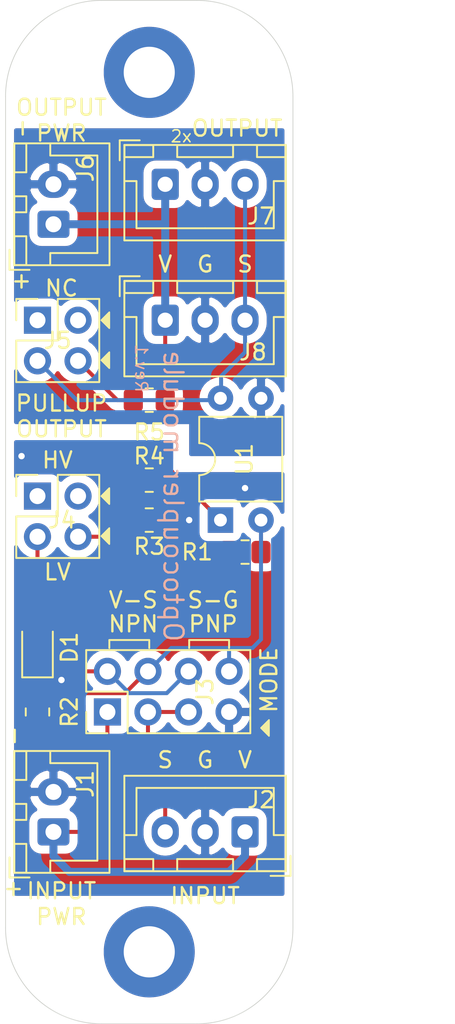
<source format=kicad_pcb>
(kicad_pcb (version 20171130) (host pcbnew 5.1.9+dfsg1-1)

  (general
    (thickness 1.6)
    (drawings 46)
    (tracks 64)
    (zones 0)
    (modules 17)
    (nets 17)
  )

  (page A4)
  (layers
    (0 F.Cu signal)
    (31 B.Cu signal)
    (32 B.Adhes user)
    (33 F.Adhes user)
    (34 B.Paste user)
    (35 F.Paste user)
    (36 B.SilkS user)
    (37 F.SilkS user)
    (38 B.Mask user)
    (39 F.Mask user)
    (40 Dwgs.User user)
    (41 Cmts.User user)
    (42 Eco1.User user)
    (43 Eco2.User user)
    (44 Edge.Cuts user)
    (45 Margin user)
    (46 B.CrtYd user)
    (47 F.CrtYd user)
    (48 B.Fab user)
    (49 F.Fab user)
  )

  (setup
    (last_trace_width 0.25)
    (user_trace_width 0.5)
    (trace_clearance 0.2)
    (zone_clearance 0.508)
    (zone_45_only no)
    (trace_min 0.2)
    (via_size 0.8)
    (via_drill 0.4)
    (via_min_size 0.4)
    (via_min_drill 0.3)
    (uvia_size 0.3)
    (uvia_drill 0.1)
    (uvias_allowed no)
    (uvia_min_size 0.2)
    (uvia_min_drill 0.1)
    (edge_width 0.05)
    (segment_width 0.2)
    (pcb_text_width 0.3)
    (pcb_text_size 1.5 1.5)
    (mod_edge_width 0.12)
    (mod_text_size 1 1)
    (mod_text_width 0.15)
    (pad_size 1.524 1.524)
    (pad_drill 0.762)
    (pad_to_mask_clearance 0)
    (aux_axis_origin 0 0)
    (visible_elements FFFFFF7F)
    (pcbplotparams
      (layerselection 0x010fc_ffffffff)
      (usegerberextensions false)
      (usegerberattributes true)
      (usegerberadvancedattributes true)
      (creategerberjobfile true)
      (excludeedgelayer true)
      (linewidth 0.100000)
      (plotframeref false)
      (viasonmask false)
      (mode 1)
      (useauxorigin false)
      (hpglpennumber 1)
      (hpglpenspeed 20)
      (hpglpendiameter 15.000000)
      (psnegative false)
      (psa4output false)
      (plotreference true)
      (plotvalue true)
      (plotinvisibletext false)
      (padsonsilk false)
      (subtractmaskfromsilk false)
      (outputformat 1)
      (mirror false)
      (drillshape 1)
      (scaleselection 1)
      (outputdirectory ""))
  )

  (net 0 "")
  (net 1 "Net-(D1-Pad1)")
  (net 2 "Net-(D1-Pad2)")
  (net 3 "Net-(J4-Pad1)")
  (net 4 "Net-(J5-Pad1)")
  (net 5 "Net-(J5-Pad2)")
  (net 6 "Net-(R4-Pad1)")
  (net 7 IN_GND)
  (net 8 IN_VCC)
  (net 9 IN_SIG)
  (net 10 "Net-(J3-Pad4)")
  (net 11 "Net-(J4-Pad2)")
  (net 12 "Net-(J4-Pad4)")
  (net 13 "Net-(J5-Pad4)")
  (net 14 OUT_SIG)
  (net 15 OUT_GND)
  (net 16 OUT_VCC)

  (net_class Default "This is the default net class."
    (clearance 0.2)
    (trace_width 0.25)
    (via_dia 0.8)
    (via_drill 0.4)
    (uvia_dia 0.3)
    (uvia_drill 0.1)
    (add_net IN_GND)
    (add_net IN_SIG)
    (add_net IN_VCC)
    (add_net "Net-(D1-Pad1)")
    (add_net "Net-(D1-Pad2)")
    (add_net "Net-(J3-Pad4)")
    (add_net "Net-(J4-Pad1)")
    (add_net "Net-(J4-Pad2)")
    (add_net "Net-(J4-Pad4)")
    (add_net "Net-(J5-Pad1)")
    (add_net "Net-(J5-Pad2)")
    (add_net "Net-(J5-Pad4)")
    (add_net "Net-(R4-Pad1)")
    (add_net OUT_GND)
    (add_net OUT_SIG)
    (add_net OUT_VCC)
  )

  (module MountingHole:MountingHole_3.2mm_M3_ISO7380_Pad (layer F.Cu) (tedit 56D1B4CB) (tstamp 636A62B6)
    (at 155 115)
    (descr "Mounting Hole 3.2mm, M3, ISO7380")
    (tags "mounting hole 3.2mm m3 iso7380")
    (attr virtual)
    (fp_text reference REF** (at 0 -3.85) (layer F.SilkS) hide
      (effects (font (size 1 1) (thickness 0.15)))
    )
    (fp_text value MountingHole_3.2mm_M3_ISO7380_Pad (at 0 3.85) (layer F.Fab) hide
      (effects (font (size 1 1) (thickness 0.15)))
    )
    (fp_circle (center 0 0) (end 2.85 0) (layer Cmts.User) (width 0.15))
    (fp_circle (center 0 0) (end 3.1 0) (layer F.CrtYd) (width 0.05))
    (fp_text user %R (at 0.3 0) (layer F.Fab)
      (effects (font (size 1 1) (thickness 0.15)))
    )
    (pad 1 thru_hole circle (at 0 0) (size 5.7 5.7) (drill 3.2) (layers *.Cu *.Mask))
  )

  (module MountingHole:MountingHole_3.2mm_M3_ISO7380_Pad (layer F.Cu) (tedit 56D1B4CB) (tstamp 636A6299)
    (at 155 60)
    (descr "Mounting Hole 3.2mm, M3, ISO7380")
    (tags "mounting hole 3.2mm m3 iso7380")
    (attr virtual)
    (fp_text reference REF** (at 0 -3.85) (layer F.SilkS) hide
      (effects (font (size 1 1) (thickness 0.15)))
    )
    (fp_text value MountingHole_3.2mm_M3_ISO7380_Pad (at 0 3.85) (layer F.Fab) hide
      (effects (font (size 1 1) (thickness 0.15)))
    )
    (fp_circle (center 0 0) (end 2.85 0) (layer Cmts.User) (width 0.15))
    (fp_circle (center 0 0) (end 3.1 0) (layer F.CrtYd) (width 0.05))
    (fp_text user %R (at 0.3 0) (layer F.Fab)
      (effects (font (size 1 1) (thickness 0.15)))
    )
    (pad 1 thru_hole circle (at 0 0) (size 5.7 5.7) (drill 3.2) (layers *.Cu *.Mask))
  )

  (module LED_SMD:LED_0805_2012Metric_Pad1.15x1.40mm_HandSolder (layer F.Cu) (tedit 5F68FEF1) (tstamp 636B217E)
    (at 148 95.975 90)
    (descr "LED SMD 0805 (2012 Metric), square (rectangular) end terminal, IPC_7351 nominal, (Body size source: https://docs.google.com/spreadsheets/d/1BsfQQcO9C6DZCsRaXUlFlo91Tg2WpOkGARC1WS5S8t0/edit?usp=sharing), generated with kicad-footprint-generator")
    (tags "LED handsolder")
    (path /636B8F15)
    (attr smd)
    (fp_text reference D1 (at 0 2 90) (layer F.SilkS)
      (effects (font (size 1 1) (thickness 0.15)))
    )
    (fp_text value LED (at 0 1.65 90) (layer F.Fab)
      (effects (font (size 1 1) (thickness 0.15)))
    )
    (fp_line (start 1 -0.6) (end -0.7 -0.6) (layer F.Fab) (width 0.1))
    (fp_line (start -0.7 -0.6) (end -1 -0.3) (layer F.Fab) (width 0.1))
    (fp_line (start -1 -0.3) (end -1 0.6) (layer F.Fab) (width 0.1))
    (fp_line (start -1 0.6) (end 1 0.6) (layer F.Fab) (width 0.1))
    (fp_line (start 1 0.6) (end 1 -0.6) (layer F.Fab) (width 0.1))
    (fp_line (start 1 -0.96) (end -1.86 -0.96) (layer F.SilkS) (width 0.12))
    (fp_line (start -1.86 -0.96) (end -1.86 0.96) (layer F.SilkS) (width 0.12))
    (fp_line (start -1.86 0.96) (end 1 0.96) (layer F.SilkS) (width 0.12))
    (fp_line (start -1.85 0.95) (end -1.85 -0.95) (layer F.CrtYd) (width 0.05))
    (fp_line (start -1.85 -0.95) (end 1.85 -0.95) (layer F.CrtYd) (width 0.05))
    (fp_line (start 1.85 -0.95) (end 1.85 0.95) (layer F.CrtYd) (width 0.05))
    (fp_line (start 1.85 0.95) (end -1.85 0.95) (layer F.CrtYd) (width 0.05))
    (fp_text user %R (at 0 0 90) (layer F.Fab)
      (effects (font (size 0.5 0.5) (thickness 0.08)))
    )
    (pad 1 smd roundrect (at -1.025 0 90) (size 1.15 1.4) (layers F.Cu F.Paste F.Mask) (roundrect_rratio 0.217391)
      (net 1 "Net-(D1-Pad1)"))
    (pad 2 smd roundrect (at 1.025 0 90) (size 1.15 1.4) (layers F.Cu F.Paste F.Mask) (roundrect_rratio 0.217391)
      (net 2 "Net-(D1-Pad2)"))
    (model ${KISYS3DMOD}/LED_SMD.3dshapes/LED_0805_2012Metric.wrl
      (at (xyz 0 0 0))
      (scale (xyz 1 1 1))
      (rotate (xyz 0 0 0))
    )
  )

  (module Connector_JST:JST_XH_B2B-XH-A_1x02_P2.50mm_Vertical (layer F.Cu) (tedit 5C28146C) (tstamp 636B21A7)
    (at 149 107.5 90)
    (descr "JST XH series connector, B2B-XH-A (http://www.jst-mfg.com/product/pdf/eng/eXH.pdf), generated with kicad-footprint-generator")
    (tags "connector JST XH vertical")
    (path /636B5376)
    (fp_text reference J1 (at 3 2 90) (layer F.SilkS)
      (effects (font (size 1 1) (thickness 0.15)))
    )
    (fp_text value Conn_01x02_Female (at 1.25 4.6 90) (layer F.Fab)
      (effects (font (size 1 1) (thickness 0.15)))
    )
    (fp_line (start -2.45 -2.35) (end -2.45 3.4) (layer F.Fab) (width 0.1))
    (fp_line (start -2.45 3.4) (end 4.95 3.4) (layer F.Fab) (width 0.1))
    (fp_line (start 4.95 3.4) (end 4.95 -2.35) (layer F.Fab) (width 0.1))
    (fp_line (start 4.95 -2.35) (end -2.45 -2.35) (layer F.Fab) (width 0.1))
    (fp_line (start -2.56 -2.46) (end -2.56 3.51) (layer F.SilkS) (width 0.12))
    (fp_line (start -2.56 3.51) (end 5.06 3.51) (layer F.SilkS) (width 0.12))
    (fp_line (start 5.06 3.51) (end 5.06 -2.46) (layer F.SilkS) (width 0.12))
    (fp_line (start 5.06 -2.46) (end -2.56 -2.46) (layer F.SilkS) (width 0.12))
    (fp_line (start -2.95 -2.85) (end -2.95 3.9) (layer F.CrtYd) (width 0.05))
    (fp_line (start -2.95 3.9) (end 5.45 3.9) (layer F.CrtYd) (width 0.05))
    (fp_line (start 5.45 3.9) (end 5.45 -2.85) (layer F.CrtYd) (width 0.05))
    (fp_line (start 5.45 -2.85) (end -2.95 -2.85) (layer F.CrtYd) (width 0.05))
    (fp_line (start -0.625 -2.35) (end 0 -1.35) (layer F.Fab) (width 0.1))
    (fp_line (start 0 -1.35) (end 0.625 -2.35) (layer F.Fab) (width 0.1))
    (fp_line (start 0.75 -2.45) (end 0.75 -1.7) (layer F.SilkS) (width 0.12))
    (fp_line (start 0.75 -1.7) (end 1.75 -1.7) (layer F.SilkS) (width 0.12))
    (fp_line (start 1.75 -1.7) (end 1.75 -2.45) (layer F.SilkS) (width 0.12))
    (fp_line (start 1.75 -2.45) (end 0.75 -2.45) (layer F.SilkS) (width 0.12))
    (fp_line (start -2.55 -2.45) (end -2.55 -1.7) (layer F.SilkS) (width 0.12))
    (fp_line (start -2.55 -1.7) (end -0.75 -1.7) (layer F.SilkS) (width 0.12))
    (fp_line (start -0.75 -1.7) (end -0.75 -2.45) (layer F.SilkS) (width 0.12))
    (fp_line (start -0.75 -2.45) (end -2.55 -2.45) (layer F.SilkS) (width 0.12))
    (fp_line (start 3.25 -2.45) (end 3.25 -1.7) (layer F.SilkS) (width 0.12))
    (fp_line (start 3.25 -1.7) (end 5.05 -1.7) (layer F.SilkS) (width 0.12))
    (fp_line (start 5.05 -1.7) (end 5.05 -2.45) (layer F.SilkS) (width 0.12))
    (fp_line (start 5.05 -2.45) (end 3.25 -2.45) (layer F.SilkS) (width 0.12))
    (fp_line (start -2.55 -0.2) (end -1.8 -0.2) (layer F.SilkS) (width 0.12))
    (fp_line (start -1.8 -0.2) (end -1.8 2.75) (layer F.SilkS) (width 0.12))
    (fp_line (start -1.8 2.75) (end 1.25 2.75) (layer F.SilkS) (width 0.12))
    (fp_line (start 5.05 -0.2) (end 4.3 -0.2) (layer F.SilkS) (width 0.12))
    (fp_line (start 4.3 -0.2) (end 4.3 2.75) (layer F.SilkS) (width 0.12))
    (fp_line (start 4.3 2.75) (end 1.25 2.75) (layer F.SilkS) (width 0.12))
    (fp_line (start -1.6 -2.75) (end -2.85 -2.75) (layer F.SilkS) (width 0.12))
    (fp_line (start -2.85 -2.75) (end -2.85 -1.5) (layer F.SilkS) (width 0.12))
    (fp_text user %R (at 1.25 2.7 90) (layer F.Fab)
      (effects (font (size 1 1) (thickness 0.15)))
    )
    (pad 1 thru_hole roundrect (at 0 0 90) (size 1.7 2) (drill 1) (layers *.Cu *.Mask) (roundrect_rratio 0.147059)
      (net 8 IN_VCC))
    (pad 2 thru_hole oval (at 2.5 0 90) (size 1.7 2) (drill 1) (layers *.Cu *.Mask)
      (net 7 IN_GND))
    (model ${KISYS3DMOD}/Connector_JST.3dshapes/JST_XH_B2B-XH-A_1x02_P2.50mm_Vertical.wrl
      (at (xyz 0 0 0))
      (scale (xyz 1 1 1))
      (rotate (xyz 0 0 0))
    )
  )

  (module Connector_JST:JST_XH_B3B-XH-A_1x03_P2.50mm_Vertical (layer F.Cu) (tedit 5C28146C) (tstamp 636B21D1)
    (at 161 107.5 180)
    (descr "JST XH series connector, B3B-XH-A (http://www.jst-mfg.com/product/pdf/eng/eXH.pdf), generated with kicad-footprint-generator")
    (tags "connector JST XH vertical")
    (path /636F39B7)
    (fp_text reference J2 (at -1 2) (layer F.SilkS)
      (effects (font (size 1 1) (thickness 0.15)))
    )
    (fp_text value Conn_01x03_Female (at 2.5 4.6) (layer F.Fab)
      (effects (font (size 1 1) (thickness 0.15)))
    )
    (fp_line (start -2.85 -2.75) (end -2.85 -1.5) (layer F.SilkS) (width 0.12))
    (fp_line (start -1.6 -2.75) (end -2.85 -2.75) (layer F.SilkS) (width 0.12))
    (fp_line (start 6.8 2.75) (end 2.5 2.75) (layer F.SilkS) (width 0.12))
    (fp_line (start 6.8 -0.2) (end 6.8 2.75) (layer F.SilkS) (width 0.12))
    (fp_line (start 7.55 -0.2) (end 6.8 -0.2) (layer F.SilkS) (width 0.12))
    (fp_line (start -1.8 2.75) (end 2.5 2.75) (layer F.SilkS) (width 0.12))
    (fp_line (start -1.8 -0.2) (end -1.8 2.75) (layer F.SilkS) (width 0.12))
    (fp_line (start -2.55 -0.2) (end -1.8 -0.2) (layer F.SilkS) (width 0.12))
    (fp_line (start 7.55 -2.45) (end 5.75 -2.45) (layer F.SilkS) (width 0.12))
    (fp_line (start 7.55 -1.7) (end 7.55 -2.45) (layer F.SilkS) (width 0.12))
    (fp_line (start 5.75 -1.7) (end 7.55 -1.7) (layer F.SilkS) (width 0.12))
    (fp_line (start 5.75 -2.45) (end 5.75 -1.7) (layer F.SilkS) (width 0.12))
    (fp_line (start -0.75 -2.45) (end -2.55 -2.45) (layer F.SilkS) (width 0.12))
    (fp_line (start -0.75 -1.7) (end -0.75 -2.45) (layer F.SilkS) (width 0.12))
    (fp_line (start -2.55 -1.7) (end -0.75 -1.7) (layer F.SilkS) (width 0.12))
    (fp_line (start -2.55 -2.45) (end -2.55 -1.7) (layer F.SilkS) (width 0.12))
    (fp_line (start 4.25 -2.45) (end 0.75 -2.45) (layer F.SilkS) (width 0.12))
    (fp_line (start 4.25 -1.7) (end 4.25 -2.45) (layer F.SilkS) (width 0.12))
    (fp_line (start 0.75 -1.7) (end 4.25 -1.7) (layer F.SilkS) (width 0.12))
    (fp_line (start 0.75 -2.45) (end 0.75 -1.7) (layer F.SilkS) (width 0.12))
    (fp_line (start 0 -1.35) (end 0.625 -2.35) (layer F.Fab) (width 0.1))
    (fp_line (start -0.625 -2.35) (end 0 -1.35) (layer F.Fab) (width 0.1))
    (fp_line (start 7.95 -2.85) (end -2.95 -2.85) (layer F.CrtYd) (width 0.05))
    (fp_line (start 7.95 3.9) (end 7.95 -2.85) (layer F.CrtYd) (width 0.05))
    (fp_line (start -2.95 3.9) (end 7.95 3.9) (layer F.CrtYd) (width 0.05))
    (fp_line (start -2.95 -2.85) (end -2.95 3.9) (layer F.CrtYd) (width 0.05))
    (fp_line (start 7.56 -2.46) (end -2.56 -2.46) (layer F.SilkS) (width 0.12))
    (fp_line (start 7.56 3.51) (end 7.56 -2.46) (layer F.SilkS) (width 0.12))
    (fp_line (start -2.56 3.51) (end 7.56 3.51) (layer F.SilkS) (width 0.12))
    (fp_line (start -2.56 -2.46) (end -2.56 3.51) (layer F.SilkS) (width 0.12))
    (fp_line (start 7.45 -2.35) (end -2.45 -2.35) (layer F.Fab) (width 0.1))
    (fp_line (start 7.45 3.4) (end 7.45 -2.35) (layer F.Fab) (width 0.1))
    (fp_line (start -2.45 3.4) (end 7.45 3.4) (layer F.Fab) (width 0.1))
    (fp_line (start -2.45 -2.35) (end -2.45 3.4) (layer F.Fab) (width 0.1))
    (fp_text user %R (at 2.5 2.7) (layer F.Fab)
      (effects (font (size 1 1) (thickness 0.15)))
    )
    (pad 3 thru_hole oval (at 5 0 180) (size 1.7 1.95) (drill 0.95) (layers *.Cu *.Mask)
      (net 9 IN_SIG))
    (pad 2 thru_hole oval (at 2.5 0 180) (size 1.7 1.95) (drill 0.95) (layers *.Cu *.Mask)
      (net 7 IN_GND))
    (pad 1 thru_hole roundrect (at 0 0 180) (size 1.7 1.95) (drill 0.95) (layers *.Cu *.Mask) (roundrect_rratio 0.147059)
      (net 8 IN_VCC))
    (model ${KISYS3DMOD}/Connector_JST.3dshapes/JST_XH_B3B-XH-A_1x03_P2.50mm_Vertical.wrl
      (at (xyz 0 0 0))
      (scale (xyz 1 1 1))
      (rotate (xyz 0 0 0))
    )
  )

  (module Connector_PinHeader_2.54mm:PinHeader_2x04_P2.54mm_Vertical (layer F.Cu) (tedit 59FED5CC) (tstamp 636B21EF)
    (at 152.38 100 90)
    (descr "Through hole straight pin header, 2x04, 2.54mm pitch, double rows")
    (tags "Through hole pin header THT 2x04 2.54mm double row")
    (path /636E7512)
    (fp_text reference J3 (at 1.27 6.12 90) (layer F.SilkS)
      (effects (font (size 1 1) (thickness 0.15)))
    )
    (fp_text value PULL_SEL (at 1.27 9.95 90) (layer F.Fab)
      (effects (font (size 1 1) (thickness 0.15)))
    )
    (fp_line (start 0 -1.27) (end 3.81 -1.27) (layer F.Fab) (width 0.1))
    (fp_line (start 3.81 -1.27) (end 3.81 8.89) (layer F.Fab) (width 0.1))
    (fp_line (start 3.81 8.89) (end -1.27 8.89) (layer F.Fab) (width 0.1))
    (fp_line (start -1.27 8.89) (end -1.27 0) (layer F.Fab) (width 0.1))
    (fp_line (start -1.27 0) (end 0 -1.27) (layer F.Fab) (width 0.1))
    (fp_line (start -1.33 8.95) (end 3.87 8.95) (layer F.SilkS) (width 0.12))
    (fp_line (start -1.33 1.27) (end -1.33 8.95) (layer F.SilkS) (width 0.12))
    (fp_line (start 3.87 -1.33) (end 3.87 8.95) (layer F.SilkS) (width 0.12))
    (fp_line (start -1.33 1.27) (end 1.27 1.27) (layer F.SilkS) (width 0.12))
    (fp_line (start 1.27 1.27) (end 1.27 -1.33) (layer F.SilkS) (width 0.12))
    (fp_line (start 1.27 -1.33) (end 3.87 -1.33) (layer F.SilkS) (width 0.12))
    (fp_line (start -1.33 0) (end -1.33 -1.33) (layer F.SilkS) (width 0.12))
    (fp_line (start -1.33 -1.33) (end 0 -1.33) (layer F.SilkS) (width 0.12))
    (fp_line (start -1.8 -1.8) (end -1.8 9.4) (layer F.CrtYd) (width 0.05))
    (fp_line (start -1.8 9.4) (end 4.35 9.4) (layer F.CrtYd) (width 0.05))
    (fp_line (start 4.35 9.4) (end 4.35 -1.8) (layer F.CrtYd) (width 0.05))
    (fp_line (start 4.35 -1.8) (end -1.8 -1.8) (layer F.CrtYd) (width 0.05))
    (fp_text user %R (at 1.27 3.81) (layer F.Fab)
      (effects (font (size 1 1) (thickness 0.15)))
    )
    (pad 1 thru_hole rect (at 0 0 90) (size 1.7 1.7) (drill 1) (layers *.Cu *.Mask)
      (net 8 IN_VCC))
    (pad 2 thru_hole oval (at 2.54 0 90) (size 1.7 1.7) (drill 1) (layers *.Cu *.Mask)
      (net 2 "Net-(D1-Pad2)"))
    (pad 3 thru_hole oval (at 0 2.54 90) (size 1.7 1.7) (drill 1) (layers *.Cu *.Mask)
      (net 9 IN_SIG))
    (pad 4 thru_hole oval (at 2.54 2.54 90) (size 1.7 1.7) (drill 1) (layers *.Cu *.Mask)
      (net 10 "Net-(J3-Pad4)"))
    (pad 5 thru_hole oval (at 0 5.08 90) (size 1.7 1.7) (drill 1) (layers *.Cu *.Mask)
      (net 9 IN_SIG))
    (pad 6 thru_hole oval (at 2.54 5.08 90) (size 1.7 1.7) (drill 1) (layers *.Cu *.Mask)
      (net 2 "Net-(D1-Pad2)"))
    (pad 7 thru_hole oval (at 0 7.62 90) (size 1.7 1.7) (drill 1) (layers *.Cu *.Mask)
      (net 7 IN_GND))
    (pad 8 thru_hole oval (at 2.54 7.62 90) (size 1.7 1.7) (drill 1) (layers *.Cu *.Mask)
      (net 10 "Net-(J3-Pad4)"))
    (model ${KISYS3DMOD}/Connector_PinHeader_2.54mm.3dshapes/PinHeader_2x04_P2.54mm_Vertical.wrl
      (at (xyz 0 0 0))
      (scale (xyz 1 1 1))
      (rotate (xyz 0 0 0))
    )
  )

  (module Connector_PinHeader_2.54mm:PinHeader_2x02_P2.54mm_Vertical (layer F.Cu) (tedit 59FED5CC) (tstamp 636B2209)
    (at 148 86.5)
    (descr "Through hole straight pin header, 2x02, 2.54mm pitch, double rows")
    (tags "Through hole pin header THT 2x02 2.54mm double row")
    (path /636C3664)
    (fp_text reference J4 (at 1.54 1.5) (layer F.SilkS)
      (effects (font (size 1 1) (thickness 0.15)))
    )
    (fp_text value HV (at 1.27 4.87) (layer F.Fab)
      (effects (font (size 1 1) (thickness 0.15)))
    )
    (fp_line (start 0 -1.27) (end 3.81 -1.27) (layer F.Fab) (width 0.1))
    (fp_line (start 3.81 -1.27) (end 3.81 3.81) (layer F.Fab) (width 0.1))
    (fp_line (start 3.81 3.81) (end -1.27 3.81) (layer F.Fab) (width 0.1))
    (fp_line (start -1.27 3.81) (end -1.27 0) (layer F.Fab) (width 0.1))
    (fp_line (start -1.27 0) (end 0 -1.27) (layer F.Fab) (width 0.1))
    (fp_line (start -1.33 3.87) (end 3.87 3.87) (layer F.SilkS) (width 0.12))
    (fp_line (start -1.33 1.27) (end -1.33 3.87) (layer F.SilkS) (width 0.12))
    (fp_line (start 3.87 -1.33) (end 3.87 3.87) (layer F.SilkS) (width 0.12))
    (fp_line (start -1.33 1.27) (end 1.27 1.27) (layer F.SilkS) (width 0.12))
    (fp_line (start 1.27 1.27) (end 1.27 -1.33) (layer F.SilkS) (width 0.12))
    (fp_line (start 1.27 -1.33) (end 3.87 -1.33) (layer F.SilkS) (width 0.12))
    (fp_line (start -1.33 0) (end -1.33 -1.33) (layer F.SilkS) (width 0.12))
    (fp_line (start -1.33 -1.33) (end 0 -1.33) (layer F.SilkS) (width 0.12))
    (fp_line (start -1.8 -1.8) (end -1.8 4.35) (layer F.CrtYd) (width 0.05))
    (fp_line (start -1.8 4.35) (end 4.35 4.35) (layer F.CrtYd) (width 0.05))
    (fp_line (start 4.35 4.35) (end 4.35 -1.8) (layer F.CrtYd) (width 0.05))
    (fp_line (start 4.35 -1.8) (end -1.8 -1.8) (layer F.CrtYd) (width 0.05))
    (fp_text user %R (at 1.27 1.27 90) (layer F.Fab)
      (effects (font (size 1 1) (thickness 0.15)))
    )
    (pad 1 thru_hole rect (at 0 0) (size 1.7 1.7) (drill 1) (layers *.Cu *.Mask)
      (net 3 "Net-(J4-Pad1)"))
    (pad 2 thru_hole oval (at 2.54 0) (size 1.7 1.7) (drill 1) (layers *.Cu *.Mask)
      (net 11 "Net-(J4-Pad2)"))
    (pad 3 thru_hole oval (at 0 2.54) (size 1.7 1.7) (drill 1) (layers *.Cu *.Mask)
      (net 2 "Net-(D1-Pad2)"))
    (pad 4 thru_hole oval (at 2.54 2.54) (size 1.7 1.7) (drill 1) (layers *.Cu *.Mask)
      (net 12 "Net-(J4-Pad4)"))
    (model ${KISYS3DMOD}/Connector_PinHeader_2.54mm.3dshapes/PinHeader_2x02_P2.54mm_Vertical.wrl
      (at (xyz 0 0 0))
      (scale (xyz 1 1 1))
      (rotate (xyz 0 0 0))
    )
  )

  (module Connector_PinHeader_2.54mm:PinHeader_2x02_P2.54mm_Vertical (layer F.Cu) (tedit 59FED5CC) (tstamp 636B2223)
    (at 148 75.5)
    (descr "Through hole straight pin header, 2x02, 2.54mm pitch, double rows")
    (tags "Through hole pin header THT 2x02 2.54mm double row")
    (path /636DC8A0)
    (fp_text reference J5 (at 1.27 1.27) (layer F.SilkS)
      (effects (font (size 1 1) (thickness 0.15)))
    )
    (fp_text value O_PU (at 1.27 4.87) (layer F.Fab)
      (effects (font (size 1 1) (thickness 0.15)))
    )
    (fp_line (start 4.35 -1.8) (end -1.8 -1.8) (layer F.CrtYd) (width 0.05))
    (fp_line (start 4.35 4.35) (end 4.35 -1.8) (layer F.CrtYd) (width 0.05))
    (fp_line (start -1.8 4.35) (end 4.35 4.35) (layer F.CrtYd) (width 0.05))
    (fp_line (start -1.8 -1.8) (end -1.8 4.35) (layer F.CrtYd) (width 0.05))
    (fp_line (start -1.33 -1.33) (end 0 -1.33) (layer F.SilkS) (width 0.12))
    (fp_line (start -1.33 0) (end -1.33 -1.33) (layer F.SilkS) (width 0.12))
    (fp_line (start 1.27 -1.33) (end 3.87 -1.33) (layer F.SilkS) (width 0.12))
    (fp_line (start 1.27 1.27) (end 1.27 -1.33) (layer F.SilkS) (width 0.12))
    (fp_line (start -1.33 1.27) (end 1.27 1.27) (layer F.SilkS) (width 0.12))
    (fp_line (start 3.87 -1.33) (end 3.87 3.87) (layer F.SilkS) (width 0.12))
    (fp_line (start -1.33 1.27) (end -1.33 3.87) (layer F.SilkS) (width 0.12))
    (fp_line (start -1.33 3.87) (end 3.87 3.87) (layer F.SilkS) (width 0.12))
    (fp_line (start -1.27 0) (end 0 -1.27) (layer F.Fab) (width 0.1))
    (fp_line (start -1.27 3.81) (end -1.27 0) (layer F.Fab) (width 0.1))
    (fp_line (start 3.81 3.81) (end -1.27 3.81) (layer F.Fab) (width 0.1))
    (fp_line (start 3.81 -1.27) (end 3.81 3.81) (layer F.Fab) (width 0.1))
    (fp_line (start 0 -1.27) (end 3.81 -1.27) (layer F.Fab) (width 0.1))
    (fp_text user %R (at 1.27 1.27 90) (layer F.Fab)
      (effects (font (size 1 1) (thickness 0.15)))
    )
    (pad 4 thru_hole oval (at 2.54 2.54) (size 1.7 1.7) (drill 1) (layers *.Cu *.Mask)
      (net 13 "Net-(J5-Pad4)"))
    (pad 3 thru_hole oval (at 0 2.54) (size 1.7 1.7) (drill 1) (layers *.Cu *.Mask)
      (net 14 OUT_SIG))
    (pad 2 thru_hole oval (at 2.54 0) (size 1.7 1.7) (drill 1) (layers *.Cu *.Mask)
      (net 5 "Net-(J5-Pad2)"))
    (pad 1 thru_hole rect (at 0 0) (size 1.7 1.7) (drill 1) (layers *.Cu *.Mask)
      (net 4 "Net-(J5-Pad1)"))
    (model ${KISYS3DMOD}/Connector_PinHeader_2.54mm.3dshapes/PinHeader_2x02_P2.54mm_Vertical.wrl
      (at (xyz 0 0 0))
      (scale (xyz 1 1 1))
      (rotate (xyz 0 0 0))
    )
  )

  (module Connector_JST:JST_XH_B2B-XH-A_1x02_P2.50mm_Vertical (layer F.Cu) (tedit 5C28146C) (tstamp 636B224C)
    (at 149 69.5 90)
    (descr "JST XH series connector, B2B-XH-A (http://www.jst-mfg.com/product/pdf/eng/eXH.pdf), generated with kicad-footprint-generator")
    (tags "connector JST XH vertical")
    (path /637066C9)
    (fp_text reference J6 (at 3.5 2 90) (layer F.SilkS)
      (effects (font (size 1 1) (thickness 0.15)))
    )
    (fp_text value Conn_01x02_Female (at 1.25 4.6 90) (layer F.Fab)
      (effects (font (size 1 1) (thickness 0.15)))
    )
    (fp_line (start -2.85 -2.75) (end -2.85 -1.5) (layer F.SilkS) (width 0.12))
    (fp_line (start -1.6 -2.75) (end -2.85 -2.75) (layer F.SilkS) (width 0.12))
    (fp_line (start 4.3 2.75) (end 1.25 2.75) (layer F.SilkS) (width 0.12))
    (fp_line (start 4.3 -0.2) (end 4.3 2.75) (layer F.SilkS) (width 0.12))
    (fp_line (start 5.05 -0.2) (end 4.3 -0.2) (layer F.SilkS) (width 0.12))
    (fp_line (start -1.8 2.75) (end 1.25 2.75) (layer F.SilkS) (width 0.12))
    (fp_line (start -1.8 -0.2) (end -1.8 2.75) (layer F.SilkS) (width 0.12))
    (fp_line (start -2.55 -0.2) (end -1.8 -0.2) (layer F.SilkS) (width 0.12))
    (fp_line (start 5.05 -2.45) (end 3.25 -2.45) (layer F.SilkS) (width 0.12))
    (fp_line (start 5.05 -1.7) (end 5.05 -2.45) (layer F.SilkS) (width 0.12))
    (fp_line (start 3.25 -1.7) (end 5.05 -1.7) (layer F.SilkS) (width 0.12))
    (fp_line (start 3.25 -2.45) (end 3.25 -1.7) (layer F.SilkS) (width 0.12))
    (fp_line (start -0.75 -2.45) (end -2.55 -2.45) (layer F.SilkS) (width 0.12))
    (fp_line (start -0.75 -1.7) (end -0.75 -2.45) (layer F.SilkS) (width 0.12))
    (fp_line (start -2.55 -1.7) (end -0.75 -1.7) (layer F.SilkS) (width 0.12))
    (fp_line (start -2.55 -2.45) (end -2.55 -1.7) (layer F.SilkS) (width 0.12))
    (fp_line (start 1.75 -2.45) (end 0.75 -2.45) (layer F.SilkS) (width 0.12))
    (fp_line (start 1.75 -1.7) (end 1.75 -2.45) (layer F.SilkS) (width 0.12))
    (fp_line (start 0.75 -1.7) (end 1.75 -1.7) (layer F.SilkS) (width 0.12))
    (fp_line (start 0.75 -2.45) (end 0.75 -1.7) (layer F.SilkS) (width 0.12))
    (fp_line (start 0 -1.35) (end 0.625 -2.35) (layer F.Fab) (width 0.1))
    (fp_line (start -0.625 -2.35) (end 0 -1.35) (layer F.Fab) (width 0.1))
    (fp_line (start 5.45 -2.85) (end -2.95 -2.85) (layer F.CrtYd) (width 0.05))
    (fp_line (start 5.45 3.9) (end 5.45 -2.85) (layer F.CrtYd) (width 0.05))
    (fp_line (start -2.95 3.9) (end 5.45 3.9) (layer F.CrtYd) (width 0.05))
    (fp_line (start -2.95 -2.85) (end -2.95 3.9) (layer F.CrtYd) (width 0.05))
    (fp_line (start 5.06 -2.46) (end -2.56 -2.46) (layer F.SilkS) (width 0.12))
    (fp_line (start 5.06 3.51) (end 5.06 -2.46) (layer F.SilkS) (width 0.12))
    (fp_line (start -2.56 3.51) (end 5.06 3.51) (layer F.SilkS) (width 0.12))
    (fp_line (start -2.56 -2.46) (end -2.56 3.51) (layer F.SilkS) (width 0.12))
    (fp_line (start 4.95 -2.35) (end -2.45 -2.35) (layer F.Fab) (width 0.1))
    (fp_line (start 4.95 3.4) (end 4.95 -2.35) (layer F.Fab) (width 0.1))
    (fp_line (start -2.45 3.4) (end 4.95 3.4) (layer F.Fab) (width 0.1))
    (fp_line (start -2.45 -2.35) (end -2.45 3.4) (layer F.Fab) (width 0.1))
    (fp_text user %R (at 1.25 2.7 90) (layer F.Fab)
      (effects (font (size 1 1) (thickness 0.15)))
    )
    (pad 2 thru_hole oval (at 2.5 0 90) (size 1.7 2) (drill 1) (layers *.Cu *.Mask)
      (net 15 OUT_GND))
    (pad 1 thru_hole roundrect (at 0 0 90) (size 1.7 2) (drill 1) (layers *.Cu *.Mask) (roundrect_rratio 0.147059)
      (net 16 OUT_VCC))
    (model ${KISYS3DMOD}/Connector_JST.3dshapes/JST_XH_B2B-XH-A_1x02_P2.50mm_Vertical.wrl
      (at (xyz 0 0 0))
      (scale (xyz 1 1 1))
      (rotate (xyz 0 0 0))
    )
  )

  (module Connector_JST:JST_XH_B3B-XH-A_1x03_P2.50mm_Vertical (layer F.Cu) (tedit 5C28146C) (tstamp 636B2276)
    (at 156 67)
    (descr "JST XH series connector, B3B-XH-A (http://www.jst-mfg.com/product/pdf/eng/eXH.pdf), generated with kicad-footprint-generator")
    (tags "connector JST XH vertical")
    (path /636F2F02)
    (fp_text reference J7 (at 6 2) (layer F.SilkS)
      (effects (font (size 1 1) (thickness 0.15)))
    )
    (fp_text value Conn_01x03_Female (at 2.5 4.6) (layer F.Fab)
      (effects (font (size 1 1) (thickness 0.15)))
    )
    (fp_line (start -2.45 -2.35) (end -2.45 3.4) (layer F.Fab) (width 0.1))
    (fp_line (start -2.45 3.4) (end 7.45 3.4) (layer F.Fab) (width 0.1))
    (fp_line (start 7.45 3.4) (end 7.45 -2.35) (layer F.Fab) (width 0.1))
    (fp_line (start 7.45 -2.35) (end -2.45 -2.35) (layer F.Fab) (width 0.1))
    (fp_line (start -2.56 -2.46) (end -2.56 3.51) (layer F.SilkS) (width 0.12))
    (fp_line (start -2.56 3.51) (end 7.56 3.51) (layer F.SilkS) (width 0.12))
    (fp_line (start 7.56 3.51) (end 7.56 -2.46) (layer F.SilkS) (width 0.12))
    (fp_line (start 7.56 -2.46) (end -2.56 -2.46) (layer F.SilkS) (width 0.12))
    (fp_line (start -2.95 -2.85) (end -2.95 3.9) (layer F.CrtYd) (width 0.05))
    (fp_line (start -2.95 3.9) (end 7.95 3.9) (layer F.CrtYd) (width 0.05))
    (fp_line (start 7.95 3.9) (end 7.95 -2.85) (layer F.CrtYd) (width 0.05))
    (fp_line (start 7.95 -2.85) (end -2.95 -2.85) (layer F.CrtYd) (width 0.05))
    (fp_line (start -0.625 -2.35) (end 0 -1.35) (layer F.Fab) (width 0.1))
    (fp_line (start 0 -1.35) (end 0.625 -2.35) (layer F.Fab) (width 0.1))
    (fp_line (start 0.75 -2.45) (end 0.75 -1.7) (layer F.SilkS) (width 0.12))
    (fp_line (start 0.75 -1.7) (end 4.25 -1.7) (layer F.SilkS) (width 0.12))
    (fp_line (start 4.25 -1.7) (end 4.25 -2.45) (layer F.SilkS) (width 0.12))
    (fp_line (start 4.25 -2.45) (end 0.75 -2.45) (layer F.SilkS) (width 0.12))
    (fp_line (start -2.55 -2.45) (end -2.55 -1.7) (layer F.SilkS) (width 0.12))
    (fp_line (start -2.55 -1.7) (end -0.75 -1.7) (layer F.SilkS) (width 0.12))
    (fp_line (start -0.75 -1.7) (end -0.75 -2.45) (layer F.SilkS) (width 0.12))
    (fp_line (start -0.75 -2.45) (end -2.55 -2.45) (layer F.SilkS) (width 0.12))
    (fp_line (start 5.75 -2.45) (end 5.75 -1.7) (layer F.SilkS) (width 0.12))
    (fp_line (start 5.75 -1.7) (end 7.55 -1.7) (layer F.SilkS) (width 0.12))
    (fp_line (start 7.55 -1.7) (end 7.55 -2.45) (layer F.SilkS) (width 0.12))
    (fp_line (start 7.55 -2.45) (end 5.75 -2.45) (layer F.SilkS) (width 0.12))
    (fp_line (start -2.55 -0.2) (end -1.8 -0.2) (layer F.SilkS) (width 0.12))
    (fp_line (start -1.8 -0.2) (end -1.8 2.75) (layer F.SilkS) (width 0.12))
    (fp_line (start -1.8 2.75) (end 2.5 2.75) (layer F.SilkS) (width 0.12))
    (fp_line (start 7.55 -0.2) (end 6.8 -0.2) (layer F.SilkS) (width 0.12))
    (fp_line (start 6.8 -0.2) (end 6.8 2.75) (layer F.SilkS) (width 0.12))
    (fp_line (start 6.8 2.75) (end 2.5 2.75) (layer F.SilkS) (width 0.12))
    (fp_line (start -1.6 -2.75) (end -2.85 -2.75) (layer F.SilkS) (width 0.12))
    (fp_line (start -2.85 -2.75) (end -2.85 -1.5) (layer F.SilkS) (width 0.12))
    (fp_text user %R (at 2.5 2.7) (layer F.Fab)
      (effects (font (size 1 1) (thickness 0.15)))
    )
    (pad 1 thru_hole roundrect (at 0 0) (size 1.7 1.95) (drill 0.95) (layers *.Cu *.Mask) (roundrect_rratio 0.147059)
      (net 16 OUT_VCC))
    (pad 2 thru_hole oval (at 2.5 0) (size 1.7 1.95) (drill 0.95) (layers *.Cu *.Mask)
      (net 15 OUT_GND))
    (pad 3 thru_hole oval (at 5 0) (size 1.7 1.95) (drill 0.95) (layers *.Cu *.Mask)
      (net 14 OUT_SIG))
    (model ${KISYS3DMOD}/Connector_JST.3dshapes/JST_XH_B3B-XH-A_1x03_P2.50mm_Vertical.wrl
      (at (xyz 0 0 0))
      (scale (xyz 1 1 1))
      (rotate (xyz 0 0 0))
    )
  )

  (module Resistor_SMD:R_0805_2012Metric_Pad1.20x1.40mm_HandSolder (layer F.Cu) (tedit 5F68FEEE) (tstamp 636B2287)
    (at 161 90 180)
    (descr "Resistor SMD 0805 (2012 Metric), square (rectangular) end terminal, IPC_7351 nominal with elongated pad for handsoldering. (Body size source: IPC-SM-782 page 72, https://www.pcb-3d.com/wordpress/wp-content/uploads/ipc-sm-782a_amendment_1_and_2.pdf), generated with kicad-footprint-generator")
    (tags "resistor handsolder")
    (path /636BBB2E)
    (attr smd)
    (fp_text reference R1 (at 3 0) (layer F.SilkS)
      (effects (font (size 1 1) (thickness 0.15)))
    )
    (fp_text value R_US (at 0 1.65) (layer F.Fab)
      (effects (font (size 1 1) (thickness 0.15)))
    )
    (fp_line (start 1.85 0.95) (end -1.85 0.95) (layer F.CrtYd) (width 0.05))
    (fp_line (start 1.85 -0.95) (end 1.85 0.95) (layer F.CrtYd) (width 0.05))
    (fp_line (start -1.85 -0.95) (end 1.85 -0.95) (layer F.CrtYd) (width 0.05))
    (fp_line (start -1.85 0.95) (end -1.85 -0.95) (layer F.CrtYd) (width 0.05))
    (fp_line (start -0.227064 0.735) (end 0.227064 0.735) (layer F.SilkS) (width 0.12))
    (fp_line (start -0.227064 -0.735) (end 0.227064 -0.735) (layer F.SilkS) (width 0.12))
    (fp_line (start 1 0.625) (end -1 0.625) (layer F.Fab) (width 0.1))
    (fp_line (start 1 -0.625) (end 1 0.625) (layer F.Fab) (width 0.1))
    (fp_line (start -1 -0.625) (end 1 -0.625) (layer F.Fab) (width 0.1))
    (fp_line (start -1 0.625) (end -1 -0.625) (layer F.Fab) (width 0.1))
    (fp_text user %R (at 0 0) (layer F.Fab)
      (effects (font (size 0.5 0.5) (thickness 0.08)))
    )
    (pad 2 smd roundrect (at 1 0 180) (size 1.2 1.4) (layers F.Cu F.Paste F.Mask) (roundrect_rratio 0.208333)
      (net 2 "Net-(D1-Pad2)"))
    (pad 1 smd roundrect (at -1 0 180) (size 1.2 1.4) (layers F.Cu F.Paste F.Mask) (roundrect_rratio 0.208333)
      (net 10 "Net-(J3-Pad4)"))
    (model ${KISYS3DMOD}/Resistor_SMD.3dshapes/R_0805_2012Metric.wrl
      (at (xyz 0 0 0))
      (scale (xyz 1 1 1))
      (rotate (xyz 0 0 0))
    )
  )

  (module Resistor_SMD:R_0805_2012Metric_Pad1.20x1.40mm_HandSolder (layer F.Cu) (tedit 5F68FEEE) (tstamp 636B2298)
    (at 148 100 90)
    (descr "Resistor SMD 0805 (2012 Metric), square (rectangular) end terminal, IPC_7351 nominal with elongated pad for handsoldering. (Body size source: IPC-SM-782 page 72, https://www.pcb-3d.com/wordpress/wp-content/uploads/ipc-sm-782a_amendment_1_and_2.pdf), generated with kicad-footprint-generator")
    (tags "resistor handsolder")
    (path /636BA11D)
    (attr smd)
    (fp_text reference R2 (at 0 2 90) (layer F.SilkS)
      (effects (font (size 1 1) (thickness 0.15)))
    )
    (fp_text value R_US (at 0 1.65 90) (layer F.Fab)
      (effects (font (size 1 1) (thickness 0.15)))
    )
    (fp_line (start -1 0.625) (end -1 -0.625) (layer F.Fab) (width 0.1))
    (fp_line (start -1 -0.625) (end 1 -0.625) (layer F.Fab) (width 0.1))
    (fp_line (start 1 -0.625) (end 1 0.625) (layer F.Fab) (width 0.1))
    (fp_line (start 1 0.625) (end -1 0.625) (layer F.Fab) (width 0.1))
    (fp_line (start -0.227064 -0.735) (end 0.227064 -0.735) (layer F.SilkS) (width 0.12))
    (fp_line (start -0.227064 0.735) (end 0.227064 0.735) (layer F.SilkS) (width 0.12))
    (fp_line (start -1.85 0.95) (end -1.85 -0.95) (layer F.CrtYd) (width 0.05))
    (fp_line (start -1.85 -0.95) (end 1.85 -0.95) (layer F.CrtYd) (width 0.05))
    (fp_line (start 1.85 -0.95) (end 1.85 0.95) (layer F.CrtYd) (width 0.05))
    (fp_line (start 1.85 0.95) (end -1.85 0.95) (layer F.CrtYd) (width 0.05))
    (fp_text user %R (at 0 0 90) (layer F.Fab)
      (effects (font (size 0.5 0.5) (thickness 0.08)))
    )
    (pad 1 smd roundrect (at -1 0 90) (size 1.2 1.4) (layers F.Cu F.Paste F.Mask) (roundrect_rratio 0.208333)
      (net 10 "Net-(J3-Pad4)"))
    (pad 2 smd roundrect (at 1 0 90) (size 1.2 1.4) (layers F.Cu F.Paste F.Mask) (roundrect_rratio 0.208333)
      (net 1 "Net-(D1-Pad1)"))
    (model ${KISYS3DMOD}/Resistor_SMD.3dshapes/R_0805_2012Metric.wrl
      (at (xyz 0 0 0))
      (scale (xyz 1 1 1))
      (rotate (xyz 0 0 0))
    )
  )

  (module Resistor_SMD:R_0805_2012Metric_Pad1.20x1.40mm_HandSolder (layer F.Cu) (tedit 5F68FEEE) (tstamp 636B22A9)
    (at 155 88 180)
    (descr "Resistor SMD 0805 (2012 Metric), square (rectangular) end terminal, IPC_7351 nominal with elongated pad for handsoldering. (Body size source: IPC-SM-782 page 72, https://www.pcb-3d.com/wordpress/wp-content/uploads/ipc-sm-782a_amendment_1_and_2.pdf), generated with kicad-footprint-generator")
    (tags "resistor handsolder")
    (path /636C0E79)
    (attr smd)
    (fp_text reference R3 (at 0 -1.65) (layer F.SilkS)
      (effects (font (size 1 1) (thickness 0.15)))
    )
    (fp_text value R_US (at 0 1.65) (layer F.Fab)
      (effects (font (size 1 1) (thickness 0.15)))
    )
    (fp_line (start 1.85 0.95) (end -1.85 0.95) (layer F.CrtYd) (width 0.05))
    (fp_line (start 1.85 -0.95) (end 1.85 0.95) (layer F.CrtYd) (width 0.05))
    (fp_line (start -1.85 -0.95) (end 1.85 -0.95) (layer F.CrtYd) (width 0.05))
    (fp_line (start -1.85 0.95) (end -1.85 -0.95) (layer F.CrtYd) (width 0.05))
    (fp_line (start -0.227064 0.735) (end 0.227064 0.735) (layer F.SilkS) (width 0.12))
    (fp_line (start -0.227064 -0.735) (end 0.227064 -0.735) (layer F.SilkS) (width 0.12))
    (fp_line (start 1 0.625) (end -1 0.625) (layer F.Fab) (width 0.1))
    (fp_line (start 1 -0.625) (end 1 0.625) (layer F.Fab) (width 0.1))
    (fp_line (start -1 -0.625) (end 1 -0.625) (layer F.Fab) (width 0.1))
    (fp_line (start -1 0.625) (end -1 -0.625) (layer F.Fab) (width 0.1))
    (fp_text user %R (at 0 0) (layer F.Fab)
      (effects (font (size 0.5 0.5) (thickness 0.08)))
    )
    (pad 2 smd roundrect (at 1 0 180) (size 1.2 1.4) (layers F.Cu F.Paste F.Mask) (roundrect_rratio 0.208333)
      (net 12 "Net-(J4-Pad4)"))
    (pad 1 smd roundrect (at -1 0 180) (size 1.2 1.4) (layers F.Cu F.Paste F.Mask) (roundrect_rratio 0.208333)
      (net 2 "Net-(D1-Pad2)"))
    (model ${KISYS3DMOD}/Resistor_SMD.3dshapes/R_0805_2012Metric.wrl
      (at (xyz 0 0 0))
      (scale (xyz 1 1 1))
      (rotate (xyz 0 0 0))
    )
  )

  (module Resistor_SMD:R_0805_2012Metric_Pad1.20x1.40mm_HandSolder (layer F.Cu) (tedit 5F68FEEE) (tstamp 636B22BA)
    (at 155 85.5 180)
    (descr "Resistor SMD 0805 (2012 Metric), square (rectangular) end terminal, IPC_7351 nominal with elongated pad for handsoldering. (Body size source: IPC-SM-782 page 72, https://www.pcb-3d.com/wordpress/wp-content/uploads/ipc-sm-782a_amendment_1_and_2.pdf), generated with kicad-footprint-generator")
    (tags "resistor handsolder")
    (path /636BFCA3)
    (attr smd)
    (fp_text reference R4 (at 0 1.5) (layer F.SilkS)
      (effects (font (size 1 1) (thickness 0.15)))
    )
    (fp_text value R_US (at 0 1.65) (layer F.Fab)
      (effects (font (size 1 1) (thickness 0.15)))
    )
    (fp_line (start -1 0.625) (end -1 -0.625) (layer F.Fab) (width 0.1))
    (fp_line (start -1 -0.625) (end 1 -0.625) (layer F.Fab) (width 0.1))
    (fp_line (start 1 -0.625) (end 1 0.625) (layer F.Fab) (width 0.1))
    (fp_line (start 1 0.625) (end -1 0.625) (layer F.Fab) (width 0.1))
    (fp_line (start -0.227064 -0.735) (end 0.227064 -0.735) (layer F.SilkS) (width 0.12))
    (fp_line (start -0.227064 0.735) (end 0.227064 0.735) (layer F.SilkS) (width 0.12))
    (fp_line (start -1.85 0.95) (end -1.85 -0.95) (layer F.CrtYd) (width 0.05))
    (fp_line (start -1.85 -0.95) (end 1.85 -0.95) (layer F.CrtYd) (width 0.05))
    (fp_line (start 1.85 -0.95) (end 1.85 0.95) (layer F.CrtYd) (width 0.05))
    (fp_line (start 1.85 0.95) (end -1.85 0.95) (layer F.CrtYd) (width 0.05))
    (fp_text user %R (at 0 0) (layer F.Fab)
      (effects (font (size 0.5 0.5) (thickness 0.08)))
    )
    (pad 1 smd roundrect (at -1 0 180) (size 1.2 1.4) (layers F.Cu F.Paste F.Mask) (roundrect_rratio 0.208333)
      (net 6 "Net-(R4-Pad1)"))
    (pad 2 smd roundrect (at 1 0 180) (size 1.2 1.4) (layers F.Cu F.Paste F.Mask) (roundrect_rratio 0.208333)
      (net 12 "Net-(J4-Pad4)"))
    (model ${KISYS3DMOD}/Resistor_SMD.3dshapes/R_0805_2012Metric.wrl
      (at (xyz 0 0 0))
      (scale (xyz 1 1 1))
      (rotate (xyz 0 0 0))
    )
  )

  (module Resistor_SMD:R_0805_2012Metric_Pad1.20x1.40mm_HandSolder (layer F.Cu) (tedit 5F68FEEE) (tstamp 636B22CB)
    (at 155 80.5)
    (descr "Resistor SMD 0805 (2012 Metric), square (rectangular) end terminal, IPC_7351 nominal with elongated pad for handsoldering. (Body size source: IPC-SM-782 page 72, https://www.pcb-3d.com/wordpress/wp-content/uploads/ipc-sm-782a_amendment_1_and_2.pdf), generated with kicad-footprint-generator")
    (tags "resistor handsolder")
    (path /636DDC18)
    (attr smd)
    (fp_text reference R5 (at 0 2) (layer F.SilkS)
      (effects (font (size 1 1) (thickness 0.15)))
    )
    (fp_text value R_US (at 0 1.65) (layer F.Fab)
      (effects (font (size 1 1) (thickness 0.15)))
    )
    (fp_line (start -1 0.625) (end -1 -0.625) (layer F.Fab) (width 0.1))
    (fp_line (start -1 -0.625) (end 1 -0.625) (layer F.Fab) (width 0.1))
    (fp_line (start 1 -0.625) (end 1 0.625) (layer F.Fab) (width 0.1))
    (fp_line (start 1 0.625) (end -1 0.625) (layer F.Fab) (width 0.1))
    (fp_line (start -0.227064 -0.735) (end 0.227064 -0.735) (layer F.SilkS) (width 0.12))
    (fp_line (start -0.227064 0.735) (end 0.227064 0.735) (layer F.SilkS) (width 0.12))
    (fp_line (start -1.85 0.95) (end -1.85 -0.95) (layer F.CrtYd) (width 0.05))
    (fp_line (start -1.85 -0.95) (end 1.85 -0.95) (layer F.CrtYd) (width 0.05))
    (fp_line (start 1.85 -0.95) (end 1.85 0.95) (layer F.CrtYd) (width 0.05))
    (fp_line (start 1.85 0.95) (end -1.85 0.95) (layer F.CrtYd) (width 0.05))
    (fp_text user %R (at 0 0) (layer F.Fab)
      (effects (font (size 0.5 0.5) (thickness 0.08)))
    )
    (pad 1 smd roundrect (at -1 0) (size 1.2 1.4) (layers F.Cu F.Paste F.Mask) (roundrect_rratio 0.208333)
      (net 13 "Net-(J5-Pad4)"))
    (pad 2 smd roundrect (at 1 0) (size 1.2 1.4) (layers F.Cu F.Paste F.Mask) (roundrect_rratio 0.208333)
      (net 16 OUT_VCC))
    (model ${KISYS3DMOD}/Resistor_SMD.3dshapes/R_0805_2012Metric.wrl
      (at (xyz 0 0 0))
      (scale (xyz 1 1 1))
      (rotate (xyz 0 0 0))
    )
  )

  (module Package_DIP:DIP-4_W7.62mm (layer F.Cu) (tedit 5A02E8C5) (tstamp 636B22E3)
    (at 159.46 88 90)
    (descr "4-lead though-hole mounted DIP package, row spacing 7.62 mm (300 mils)")
    (tags "THT DIP DIL PDIP 2.54mm 7.62mm 300mil")
    (path /636ACA1C)
    (fp_text reference U1 (at 3.81 1.5 90) (layer F.SilkS)
      (effects (font (size 1 1) (thickness 0.15)))
    )
    (fp_text value SFH617A-1 (at 3.81 4.87 90) (layer F.Fab)
      (effects (font (size 1 1) (thickness 0.15)))
    )
    (fp_line (start 1.635 -1.27) (end 6.985 -1.27) (layer F.Fab) (width 0.1))
    (fp_line (start 6.985 -1.27) (end 6.985 3.81) (layer F.Fab) (width 0.1))
    (fp_line (start 6.985 3.81) (end 0.635 3.81) (layer F.Fab) (width 0.1))
    (fp_line (start 0.635 3.81) (end 0.635 -0.27) (layer F.Fab) (width 0.1))
    (fp_line (start 0.635 -0.27) (end 1.635 -1.27) (layer F.Fab) (width 0.1))
    (fp_line (start 2.81 -1.33) (end 1.16 -1.33) (layer F.SilkS) (width 0.12))
    (fp_line (start 1.16 -1.33) (end 1.16 3.87) (layer F.SilkS) (width 0.12))
    (fp_line (start 1.16 3.87) (end 6.46 3.87) (layer F.SilkS) (width 0.12))
    (fp_line (start 6.46 3.87) (end 6.46 -1.33) (layer F.SilkS) (width 0.12))
    (fp_line (start 6.46 -1.33) (end 4.81 -1.33) (layer F.SilkS) (width 0.12))
    (fp_line (start -1.1 -1.55) (end -1.1 4.1) (layer F.CrtYd) (width 0.05))
    (fp_line (start -1.1 4.1) (end 8.7 4.1) (layer F.CrtYd) (width 0.05))
    (fp_line (start 8.7 4.1) (end 8.7 -1.55) (layer F.CrtYd) (width 0.05))
    (fp_line (start 8.7 -1.55) (end -1.1 -1.55) (layer F.CrtYd) (width 0.05))
    (fp_arc (start 3.81 -1.33) (end 2.81 -1.33) (angle -180) (layer F.SilkS) (width 0.12))
    (fp_text user %R (at 3.81 1.27 90) (layer F.Fab)
      (effects (font (size 1 1) (thickness 0.15)))
    )
    (pad 1 thru_hole rect (at 0 0 90) (size 1.6 1.6) (drill 0.8) (layers *.Cu *.Mask)
      (net 6 "Net-(R4-Pad1)"))
    (pad 3 thru_hole oval (at 7.62 2.54 90) (size 1.6 1.6) (drill 0.8) (layers *.Cu *.Mask)
      (net 15 OUT_GND))
    (pad 2 thru_hole oval (at 0 2.54 90) (size 1.6 1.6) (drill 0.8) (layers *.Cu *.Mask)
      (net 10 "Net-(J3-Pad4)"))
    (pad 4 thru_hole oval (at 7.62 0 90) (size 1.6 1.6) (drill 0.8) (layers *.Cu *.Mask)
      (net 14 OUT_SIG))
    (model ${KISYS3DMOD}/Package_DIP.3dshapes/DIP-4_W7.62mm.wrl
      (at (xyz 0 0 0))
      (scale (xyz 1 1 1))
      (rotate (xyz 0 0 0))
    )
  )

  (module Connector_JST:JST_XH_B3B-XH-A_1x03_P2.50mm_Vertical (layer F.Cu) (tedit 5C28146C) (tstamp 636B29D3)
    (at 156 75.5)
    (descr "JST XH series connector, B3B-XH-A (http://www.jst-mfg.com/product/pdf/eng/eXH.pdf), generated with kicad-footprint-generator")
    (tags "connector JST XH vertical")
    (path /6375EAAA)
    (fp_text reference J8 (at 5.5 2) (layer F.SilkS)
      (effects (font (size 1 1) (thickness 0.15)))
    )
    (fp_text value Conn_01x03_Female (at 2.5 4.6) (layer F.Fab)
      (effects (font (size 1 1) (thickness 0.15)))
    )
    (fp_line (start -2.45 -2.35) (end -2.45 3.4) (layer F.Fab) (width 0.1))
    (fp_line (start -2.45 3.4) (end 7.45 3.4) (layer F.Fab) (width 0.1))
    (fp_line (start 7.45 3.4) (end 7.45 -2.35) (layer F.Fab) (width 0.1))
    (fp_line (start 7.45 -2.35) (end -2.45 -2.35) (layer F.Fab) (width 0.1))
    (fp_line (start -2.56 -2.46) (end -2.56 3.51) (layer F.SilkS) (width 0.12))
    (fp_line (start -2.56 3.51) (end 7.56 3.51) (layer F.SilkS) (width 0.12))
    (fp_line (start 7.56 3.51) (end 7.56 -2.46) (layer F.SilkS) (width 0.12))
    (fp_line (start 7.56 -2.46) (end -2.56 -2.46) (layer F.SilkS) (width 0.12))
    (fp_line (start -2.95 -2.85) (end -2.95 3.9) (layer F.CrtYd) (width 0.05))
    (fp_line (start -2.95 3.9) (end 7.95 3.9) (layer F.CrtYd) (width 0.05))
    (fp_line (start 7.95 3.9) (end 7.95 -2.85) (layer F.CrtYd) (width 0.05))
    (fp_line (start 7.95 -2.85) (end -2.95 -2.85) (layer F.CrtYd) (width 0.05))
    (fp_line (start -0.625 -2.35) (end 0 -1.35) (layer F.Fab) (width 0.1))
    (fp_line (start 0 -1.35) (end 0.625 -2.35) (layer F.Fab) (width 0.1))
    (fp_line (start 0.75 -2.45) (end 0.75 -1.7) (layer F.SilkS) (width 0.12))
    (fp_line (start 0.75 -1.7) (end 4.25 -1.7) (layer F.SilkS) (width 0.12))
    (fp_line (start 4.25 -1.7) (end 4.25 -2.45) (layer F.SilkS) (width 0.12))
    (fp_line (start 4.25 -2.45) (end 0.75 -2.45) (layer F.SilkS) (width 0.12))
    (fp_line (start -2.55 -2.45) (end -2.55 -1.7) (layer F.SilkS) (width 0.12))
    (fp_line (start -2.55 -1.7) (end -0.75 -1.7) (layer F.SilkS) (width 0.12))
    (fp_line (start -0.75 -1.7) (end -0.75 -2.45) (layer F.SilkS) (width 0.12))
    (fp_line (start -0.75 -2.45) (end -2.55 -2.45) (layer F.SilkS) (width 0.12))
    (fp_line (start 5.75 -2.45) (end 5.75 -1.7) (layer F.SilkS) (width 0.12))
    (fp_line (start 5.75 -1.7) (end 7.55 -1.7) (layer F.SilkS) (width 0.12))
    (fp_line (start 7.55 -1.7) (end 7.55 -2.45) (layer F.SilkS) (width 0.12))
    (fp_line (start 7.55 -2.45) (end 5.75 -2.45) (layer F.SilkS) (width 0.12))
    (fp_line (start -2.55 -0.2) (end -1.8 -0.2) (layer F.SilkS) (width 0.12))
    (fp_line (start -1.8 -0.2) (end -1.8 2.75) (layer F.SilkS) (width 0.12))
    (fp_line (start -1.8 2.75) (end 2.5 2.75) (layer F.SilkS) (width 0.12))
    (fp_line (start 7.55 -0.2) (end 6.8 -0.2) (layer F.SilkS) (width 0.12))
    (fp_line (start 6.8 -0.2) (end 6.8 2.75) (layer F.SilkS) (width 0.12))
    (fp_line (start 6.8 2.75) (end 2.5 2.75) (layer F.SilkS) (width 0.12))
    (fp_line (start -1.6 -2.75) (end -2.85 -2.75) (layer F.SilkS) (width 0.12))
    (fp_line (start -2.85 -2.75) (end -2.85 -1.5) (layer F.SilkS) (width 0.12))
    (fp_text user %R (at 2.5 2.7) (layer F.Fab)
      (effects (font (size 1 1) (thickness 0.15)))
    )
    (pad 1 thru_hole roundrect (at 0 0) (size 1.7 1.95) (drill 0.95) (layers *.Cu *.Mask) (roundrect_rratio 0.147059)
      (net 16 OUT_VCC))
    (pad 2 thru_hole oval (at 2.5 0) (size 1.7 1.95) (drill 0.95) (layers *.Cu *.Mask)
      (net 15 OUT_GND))
    (pad 3 thru_hole oval (at 5 0) (size 1.7 1.95) (drill 0.95) (layers *.Cu *.Mask)
      (net 14 OUT_SIG))
    (model ${KISYS3DMOD}/Connector_JST.3dshapes/JST_XH_B3B-XH-A_1x03_P2.50mm_Vertical.wrl
      (at (xyz 0 0 0))
      (scale (xyz 1 1 1))
      (rotate (xyz 0 0 0))
    )
  )

  (gr_poly (pts (xy 162.5 101.5) (xy 162 101) (xy 162.5 100.5)) (layer F.SilkS) (width 0.1))
  (gr_text 2x (at 157 64) (layer F.SilkS)
    (effects (font (size 0.75 0.75) (thickness 0.1)))
  )
  (gr_text Rev.1 (at 154.5 78.5 270) (layer B.SilkS)
    (effects (font (size 0.75 0.75) (thickness 0.1)) (justify mirror))
  )
  (gr_text "Optocoupler module" (at 156.5 86.5 -90) (layer B.SilkS)
    (effects (font (size 1.2 1.2) (thickness 0.15)) (justify mirror))
  )
  (gr_text S-G (at 159 93) (layer F.SilkS)
    (effects (font (size 1 1) (thickness 0.15)))
  )
  (gr_text V-S (at 154 93) (layer F.SilkS)
    (effects (font (size 1 1) (thickness 0.15)))
  )
  (gr_text PNP (at 159 94.5) (layer F.SilkS)
    (effects (font (size 1 1) (thickness 0.15)))
  )
  (gr_text NPN (at 154 94.5) (layer F.SilkS)
    (effects (font (size 1 1) (thickness 0.15)))
  )
  (gr_line (start 160 95.5) (end 160 96) (layer F.SilkS) (width 0.12))
  (gr_line (start 157.5 95.5) (end 160 95.5) (layer F.SilkS) (width 0.12))
  (gr_line (start 157.5 96) (end 157.5 95.5) (layer F.SilkS) (width 0.12))
  (gr_line (start 155 95.5) (end 155 96) (layer F.SilkS) (width 0.12))
  (gr_line (start 152.5 95.5) (end 155 95.5) (layer F.SilkS) (width 0.12))
  (gr_line (start 152.5 96) (end 152.5 95.5) (layer F.SilkS) (width 0.12))
  (gr_text - (at 146.5 101.5 90) (layer F.SilkS)
    (effects (font (size 1 1) (thickness 0.15)))
  )
  (gr_text + (at 146.5 111) (layer F.SilkS)
    (effects (font (size 1 1) (thickness 0.15)))
  )
  (gr_text S (at 156 103) (layer F.SilkS)
    (effects (font (size 1 1) (thickness 0.15)))
  )
  (gr_text G (at 158.5 103) (layer F.SilkS)
    (effects (font (size 1 1) (thickness 0.15)))
  )
  (gr_text V (at 161 103) (layer F.SilkS)
    (effects (font (size 1 1) (thickness 0.15)))
  )
  (gr_text S (at 161 72) (layer F.SilkS)
    (effects (font (size 1 1) (thickness 0.15)))
  )
  (gr_text G (at 158.5 72) (layer F.SilkS)
    (effects (font (size 1 1) (thickness 0.15)))
  )
  (gr_text V (at 156 72) (layer F.SilkS)
    (effects (font (size 1 1) (thickness 0.15)))
  )
  (gr_poly (pts (xy 152.5 89.5) (xy 152 89) (xy 152.5 88.5)) (layer F.SilkS) (width 0.1))
  (gr_poly (pts (xy 152.5 87) (xy 152 86.5) (xy 152.5 86)) (layer F.SilkS) (width 0.1))
  (gr_poly (pts (xy 152.5 78.5) (xy 152 78) (xy 152.5 77.5)) (layer F.SilkS) (width 0.1))
  (gr_poly (pts (xy 152.5 76) (xy 152 75.5) (xy 152.5 75)) (layer F.SilkS) (width 0.1))
  (gr_text HV (at 149.25 84.25) (layer F.SilkS)
    (effects (font (size 1 1) (thickness 0.15)))
  )
  (gr_text LV (at 149.25 91.25) (layer F.SilkS)
    (effects (font (size 1 1) (thickness 0.15)))
  )
  (gr_text - (at 147 63.5 90) (layer F.SilkS)
    (effects (font (size 1 1) (thickness 0.15)))
  )
  (gr_text + (at 147 73) (layer F.SilkS)
    (effects (font (size 1 1) (thickness 0.15)))
  )
  (gr_text "OUTPUT\nPWR" (at 149.5 63) (layer F.SilkS)
    (effects (font (size 1 1) (thickness 0.15)))
  )
  (gr_text "INPUT\nPWR" (at 149.5 112) (layer F.SilkS)
    (effects (font (size 1 1) (thickness 0.15)))
  )
  (gr_text INPUT (at 158.5 111.5) (layer F.SilkS)
    (effects (font (size 1 1) (thickness 0.15)))
  )
  (gr_text MODE (at 162.5 98 90) (layer F.SilkS)
    (effects (font (size 1 1) (thickness 0.15)))
  )
  (gr_text OUTPUT (at 160.5 63.5) (layer F.SilkS)
    (effects (font (size 1 1) (thickness 0.15)))
  )
  (gr_text "PULLUP\nOUTPUT" (at 149.5 81.5) (layer F.SilkS)
    (effects (font (size 1 1) (thickness 0.15)))
  )
  (gr_text NC (at 149.5 73.5) (layer F.SilkS)
    (effects (font (size 1 1) (thickness 0.15)))
  )
  (dimension 27.5 (width 0.15) (layer Dwgs.User)
    (gr_text "27.500 mm" (at 172.8 101.25 90) (layer Dwgs.User)
      (effects (font (size 1 1) (thickness 0.15)))
    )
    (feature1 (pts (xy 155 87.5) (xy 172.086421 87.5)))
    (feature2 (pts (xy 155 115) (xy 172.086421 115)))
    (crossbar (pts (xy 171.5 115) (xy 171.5 87.5)))
    (arrow1a (pts (xy 171.5 87.5) (xy 172.086421 88.626504)))
    (arrow1b (pts (xy 171.5 87.5) (xy 170.913579 88.626504)))
    (arrow2a (pts (xy 171.5 115) (xy 172.086421 113.873496)))
    (arrow2b (pts (xy 171.5 115) (xy 170.913579 113.873496)))
  )
  (gr_arc (start 158 61.5) (end 164 61.5) (angle -90) (layer Edge.Cuts) (width 0.05))
  (gr_arc (start 158 113.5) (end 158 119.5) (angle -90) (layer Edge.Cuts) (width 0.05))
  (gr_arc (start 152 113.5) (end 146 113.5) (angle -90) (layer Edge.Cuts) (width 0.05))
  (gr_arc (start 152 61.5) (end 152 55.5) (angle -90) (layer Edge.Cuts) (width 0.05))
  (gr_line (start 146 113.5) (end 146 61.5) (layer Edge.Cuts) (width 0.05) (tstamp 636A62B8))
  (gr_line (start 158 119.5) (end 152 119.5) (layer Edge.Cuts) (width 0.05))
  (gr_line (start 164 61.5) (end 164 113.5) (layer Edge.Cuts) (width 0.05))
  (gr_line (start 152 55.5) (end 158 55.5) (layer Edge.Cuts) (width 0.05))

  (segment (start 148 97) (end 148 99) (width 0.25) (layer F.Cu) (net 1))
  (segment (start 156.095001 98.824999) (end 157.46 97.46) (width 0.25) (layer B.Cu) (net 2))
  (segment (start 153.744999 98.824999) (end 156.095001 98.824999) (width 0.25) (layer B.Cu) (net 2))
  (segment (start 152.38 97.46) (end 153.744999 98.824999) (width 0.25) (layer B.Cu) (net 2))
  (segment (start 148 94.95) (end 148 95) (width 0.25) (layer F.Cu) (net 2))
  (segment (start 150.46 97.46) (end 152.38 97.46) (width 0.25) (layer F.Cu) (net 2))
  (segment (start 148 95) (end 150.46 97.46) (width 0.25) (layer F.Cu) (net 2))
  (segment (start 148 94.95) (end 148 90.5) (width 0.25) (layer F.Cu) (net 2))
  (segment (start 148 90.5) (end 148 89.04) (width 0.25) (layer F.Cu) (net 2))
  (segment (start 158 90) (end 160 90) (width 0.25) (layer F.Cu) (net 2))
  (segment (start 152 90) (end 151.5 90.5) (width 0.25) (layer F.Cu) (net 2))
  (segment (start 151.5 90.5) (end 148 90.5) (width 0.25) (layer F.Cu) (net 2))
  (segment (start 156 88) (end 156 90) (width 0.25) (layer F.Cu) (net 2))
  (segment (start 156 90) (end 152 90) (width 0.25) (layer F.Cu) (net 2))
  (segment (start 158 90) (end 156 90) (width 0.25) (layer F.Cu) (net 2))
  (segment (start 156.96 85.5) (end 159.46 88) (width 0.25) (layer F.Cu) (net 6))
  (segment (start 156 85.5) (end 156.96 85.5) (width 0.25) (layer F.Cu) (net 6))
  (via (at 149.5 98) (size 0.8) (drill 0.4) (layers F.Cu B.Cu) (net 7))
  (via (at 147 84) (size 0.8) (drill 0.4) (layers F.Cu B.Cu) (net 7))
  (via (at 161 86) (size 0.8) (drill 0.4) (layers F.Cu B.Cu) (net 7))
  (via (at 157.5 88) (size 0.8) (drill 0.4) (layers F.Cu B.Cu) (net 7))
  (segment (start 149 107.5) (end 149 109) (width 0.5) (layer B.Cu) (net 8))
  (segment (start 149 109) (end 150 110) (width 0.5) (layer B.Cu) (net 8))
  (segment (start 150 110) (end 160 110) (width 0.5) (layer B.Cu) (net 8))
  (segment (start 161 109) (end 161 107.5) (width 0.5) (layer B.Cu) (net 8))
  (segment (start 160 110) (end 161 109) (width 0.5) (layer B.Cu) (net 8))
  (segment (start 152.38 100) (end 152.38 106.62) (width 0.25) (layer F.Cu) (net 8))
  (segment (start 151.5 107.5) (end 149 107.5) (width 0.25) (layer F.Cu) (net 8))
  (segment (start 152.38 106.62) (end 151.5 107.5) (width 0.25) (layer F.Cu) (net 8))
  (segment (start 156.08 107.42) (end 156 107.5) (width 0.25) (layer B.Cu) (net 9))
  (segment (start 154.92 100) (end 157.46 100) (width 0.25) (layer F.Cu) (net 9))
  (segment (start 154.92 100) (end 154.92 102.42) (width 0.25) (layer F.Cu) (net 9))
  (segment (start 156 103.5) (end 156 107.5) (width 0.25) (layer F.Cu) (net 9))
  (segment (start 154.92 102.42) (end 156 103.5) (width 0.25) (layer F.Cu) (net 9))
  (segment (start 162 88.16) (end 162.04 88.12) (width 0.25) (layer F.Cu) (net 10))
  (segment (start 154.92 97.46) (end 156.38 96) (width 0.25) (layer B.Cu) (net 10))
  (segment (start 158.54 96) (end 156.38 96) (width 0.25) (layer B.Cu) (net 10))
  (segment (start 148 101) (end 150.175001 98.824999) (width 0.25) (layer F.Cu) (net 10))
  (segment (start 154.855 97.46) (end 154.92 97.46) (width 0.25) (layer F.Cu) (net 10))
  (segment (start 153.490001 98.824999) (end 154.855 97.46) (width 0.25) (layer F.Cu) (net 10))
  (segment (start 150.175001 98.824999) (end 153.490001 98.824999) (width 0.25) (layer F.Cu) (net 10))
  (segment (start 162 88.16) (end 162.04 88.12) (width 0.25) (layer B.Cu) (net 10))
  (segment (start 162 95.46) (end 162 88.16) (width 0.25) (layer B.Cu) (net 10))
  (segment (start 161.46 96) (end 161.48 95.98) (width 0.25) (layer B.Cu) (net 10))
  (segment (start 161.48 95.98) (end 162 95.46) (width 0.25) (layer B.Cu) (net 10))
  (segment (start 160 96) (end 161.46 96) (width 0.25) (layer B.Cu) (net 10))
  (segment (start 160 97.46) (end 160 96) (width 0.25) (layer B.Cu) (net 10))
  (segment (start 158.54 96) (end 160 96) (width 0.25) (layer B.Cu) (net 10))
  (segment (start 162 90) (end 162 88) (width 0.25) (layer F.Cu) (net 10))
  (segment (start 152.96 89.04) (end 154 88) (width 0.25) (layer F.Cu) (net 12))
  (segment (start 150.54 89.04) (end 152.96 89.04) (width 0.25) (layer F.Cu) (net 12))
  (segment (start 154 88) (end 154 85.5) (width 0.25) (layer F.Cu) (net 12))
  (segment (start 153 80.5) (end 154 80.5) (width 0.25) (layer F.Cu) (net 13))
  (segment (start 150.54 78.04) (end 153 80.5) (width 0.25) (layer F.Cu) (net 13))
  (segment (start 161 67) (end 161 75.5) (width 0.25) (layer B.Cu) (net 14))
  (segment (start 161 77.5) (end 161 75.5) (width 0.25) (layer B.Cu) (net 14))
  (segment (start 159.5 79) (end 161 77.5) (width 0.25) (layer B.Cu) (net 14))
  (segment (start 148 78.04) (end 150.46 80.5) (width 0.25) (layer B.Cu) (net 14))
  (segment (start 159.5 80.5) (end 159.5 79) (width 0.25) (layer B.Cu) (net 14))
  (segment (start 150.46 80.5) (end 159.5 80.5) (width 0.25) (layer B.Cu) (net 14))
  (segment (start 149 69.5) (end 156 69.5) (width 0.5) (layer B.Cu) (net 16))
  (segment (start 156 69.5) (end 156 75.5) (width 0.5) (layer B.Cu) (net 16))
  (segment (start 156 67) (end 156 69.5) (width 0.5) (layer B.Cu) (net 16))
  (segment (start 156 80.5) (end 156 75.5) (width 0.25) (layer F.Cu) (net 16))

  (zone (net 15) (net_name OUT_GND) (layer F.Cu) (tstamp 636B600D) (hatch edge 0.508)
    (connect_pads (clearance 0.508))
    (min_thickness 0.254)
    (fill yes (arc_segments 32) (thermal_gap 0.508) (thermal_bridge_width 0.508))
    (polygon
      (pts
        (xy 164 84) (xy 157.5 84) (xy 157.5 82) (xy 146 82) (xy 146 63.5)
        (xy 164 63.5)
      )
    )
    (filled_polygon
      (pts
        (xy 163.34 79.886003) (xy 163.29707 79.766119) (xy 163.152385 79.524869) (xy 162.963414 79.316481) (xy 162.73742 79.148963)
        (xy 162.483087 79.028754) (xy 162.349039 78.988096) (xy 162.127 79.110085) (xy 162.127 80.253) (xy 162.147 80.253)
        (xy 162.147 80.507) (xy 162.127 80.507) (xy 162.127 81.649915) (xy 162.349039 81.771904) (xy 162.483087 81.731246)
        (xy 162.73742 81.611037) (xy 162.963414 81.443519) (xy 163.152385 81.235131) (xy 163.29707 80.993881) (xy 163.34 80.873997)
        (xy 163.34 83.873) (xy 157.627 83.873) (xy 157.627 82) (xy 157.62456 81.975224) (xy 157.617333 81.951399)
        (xy 157.605597 81.929443) (xy 157.589803 81.910197) (xy 157.570557 81.894403) (xy 157.548601 81.882667) (xy 157.524776 81.87544)
        (xy 157.5 81.873) (xy 146.66 81.873) (xy 146.66 78.685445) (xy 146.68401 78.743411) (xy 146.846525 78.986632)
        (xy 147.053368 79.193475) (xy 147.296589 79.35599) (xy 147.566842 79.467932) (xy 147.85374 79.525) (xy 148.14626 79.525)
        (xy 148.433158 79.467932) (xy 148.703411 79.35599) (xy 148.946632 79.193475) (xy 149.153475 78.986632) (xy 149.27 78.81224)
        (xy 149.386525 78.986632) (xy 149.593368 79.193475) (xy 149.836589 79.35599) (xy 150.106842 79.467932) (xy 150.39374 79.525)
        (xy 150.68626 79.525) (xy 150.906408 79.481209) (xy 152.436201 81.011003) (xy 152.459999 81.040001) (xy 152.575724 81.134974)
        (xy 152.707753 81.205546) (xy 152.813704 81.237685) (xy 152.829528 81.289851) (xy 152.911595 81.443387) (xy 153.022038 81.577962)
        (xy 153.156613 81.688405) (xy 153.310149 81.770472) (xy 153.476745 81.821008) (xy 153.649999 81.838072) (xy 154.350001 81.838072)
        (xy 154.523255 81.821008) (xy 154.689851 81.770472) (xy 154.843387 81.688405) (xy 154.977962 81.577962) (xy 155 81.551109)
        (xy 155.022038 81.577962) (xy 155.156613 81.688405) (xy 155.310149 81.770472) (xy 155.476745 81.821008) (xy 155.649999 81.838072)
        (xy 156.350001 81.838072) (xy 156.523255 81.821008) (xy 156.689851 81.770472) (xy 156.843387 81.688405) (xy 156.977962 81.577962)
        (xy 157.088405 81.443387) (xy 157.170472 81.289851) (xy 157.221008 81.123255) (xy 157.238072 80.950001) (xy 157.238072 80.238665)
        (xy 158.025 80.238665) (xy 158.025 80.521335) (xy 158.080147 80.798574) (xy 158.18832 81.059727) (xy 158.345363 81.294759)
        (xy 158.545241 81.494637) (xy 158.780273 81.65168) (xy 159.041426 81.759853) (xy 159.318665 81.815) (xy 159.601335 81.815)
        (xy 159.878574 81.759853) (xy 160.139727 81.65168) (xy 160.374759 81.494637) (xy 160.574637 81.294759) (xy 160.73168 81.059727)
        (xy 160.736067 81.049135) (xy 160.847615 81.235131) (xy 161.036586 81.443519) (xy 161.26258 81.611037) (xy 161.516913 81.731246)
        (xy 161.650961 81.771904) (xy 161.873 81.649915) (xy 161.873 80.507) (xy 161.853 80.507) (xy 161.853 80.253)
        (xy 161.873 80.253) (xy 161.873 79.110085) (xy 161.650961 78.988096) (xy 161.516913 79.028754) (xy 161.26258 79.148963)
        (xy 161.036586 79.316481) (xy 160.847615 79.524869) (xy 160.736067 79.710865) (xy 160.73168 79.700273) (xy 160.574637 79.465241)
        (xy 160.374759 79.265363) (xy 160.139727 79.10832) (xy 159.878574 79.000147) (xy 159.601335 78.945) (xy 159.318665 78.945)
        (xy 159.041426 79.000147) (xy 158.780273 79.10832) (xy 158.545241 79.265363) (xy 158.345363 79.465241) (xy 158.18832 79.700273)
        (xy 158.080147 79.961426) (xy 158.025 80.238665) (xy 157.238072 80.238665) (xy 157.238072 80.049999) (xy 157.221008 79.876745)
        (xy 157.170472 79.710149) (xy 157.088405 79.556613) (xy 156.977962 79.422038) (xy 156.843387 79.311595) (xy 156.76 79.267024)
        (xy 156.76 77.097313) (xy 156.773254 77.096008) (xy 156.93985 77.045472) (xy 157.093386 76.963405) (xy 157.227962 76.852962)
        (xy 157.338405 76.718386) (xy 157.394714 76.613039) (xy 157.410951 76.634429) (xy 157.628807 76.827496) (xy 157.880142 76.974352)
        (xy 158.14311 77.066476) (xy 158.373 76.945155) (xy 158.373 75.627) (xy 158.353 75.627) (xy 158.353 75.373)
        (xy 158.373 75.373) (xy 158.373 74.054845) (xy 158.627 74.054845) (xy 158.627 75.373) (xy 158.647 75.373)
        (xy 158.647 75.627) (xy 158.627 75.627) (xy 158.627 76.945155) (xy 158.85689 77.066476) (xy 159.119858 76.974352)
        (xy 159.371193 76.827496) (xy 159.589049 76.634429) (xy 159.745538 76.428278) (xy 159.759294 76.454014) (xy 159.944866 76.680134)
        (xy 160.170987 76.865706) (xy 160.428967 77.003599) (xy 160.70889 77.088513) (xy 161 77.117185) (xy 161.291111 77.088513)
        (xy 161.571034 77.003599) (xy 161.829014 76.865706) (xy 162.055134 76.680134) (xy 162.240706 76.454014) (xy 162.378599 76.196033)
        (xy 162.463513 75.91611) (xy 162.485 75.697949) (xy 162.485 75.30205) (xy 162.463513 75.083889) (xy 162.378599 74.803966)
        (xy 162.240706 74.545986) (xy 162.055134 74.319866) (xy 161.829013 74.134294) (xy 161.571033 73.996401) (xy 161.29111 73.911487)
        (xy 161 73.882815) (xy 160.708889 73.911487) (xy 160.428966 73.996401) (xy 160.170986 74.134294) (xy 159.944866 74.319866)
        (xy 159.759294 74.545987) (xy 159.745538 74.571722) (xy 159.589049 74.365571) (xy 159.371193 74.172504) (xy 159.119858 74.025648)
        (xy 158.85689 73.933524) (xy 158.627 74.054845) (xy 158.373 74.054845) (xy 158.14311 73.933524) (xy 157.880142 74.025648)
        (xy 157.628807 74.172504) (xy 157.410951 74.365571) (xy 157.394714 74.386961) (xy 157.338405 74.281614) (xy 157.227962 74.147038)
        (xy 157.093386 74.036595) (xy 156.93985 73.954528) (xy 156.773254 73.903992) (xy 156.6 73.886928) (xy 155.4 73.886928)
        (xy 155.226746 73.903992) (xy 155.06015 73.954528) (xy 154.906614 74.036595) (xy 154.772038 74.147038) (xy 154.661595 74.281614)
        (xy 154.579528 74.43515) (xy 154.528992 74.601746) (xy 154.511928 74.775) (xy 154.511928 76.225) (xy 154.528992 76.398254)
        (xy 154.579528 76.56485) (xy 154.661595 76.718386) (xy 154.772038 76.852962) (xy 154.906614 76.963405) (xy 155.06015 77.045472)
        (xy 155.226746 77.096008) (xy 155.240001 77.097313) (xy 155.24 79.267023) (xy 155.156613 79.311595) (xy 155.022038 79.422038)
        (xy 155 79.448891) (xy 154.977962 79.422038) (xy 154.843387 79.311595) (xy 154.689851 79.229528) (xy 154.523255 79.178992)
        (xy 154.350001 79.161928) (xy 153.649999 79.161928) (xy 153.476745 79.178992) (xy 153.310149 79.229528) (xy 153.156613 79.311595)
        (xy 153.022038 79.422038) (xy 153.01068 79.435878) (xy 151.981209 78.406408) (xy 152.025 78.18626) (xy 152.025 77.89374)
        (xy 151.967932 77.606842) (xy 151.85599 77.336589) (xy 151.693475 77.093368) (xy 151.486632 76.886525) (xy 151.31224 76.77)
        (xy 151.486632 76.653475) (xy 151.693475 76.446632) (xy 151.85599 76.203411) (xy 151.967932 75.933158) (xy 152.025 75.64626)
        (xy 152.025 75.35374) (xy 151.967932 75.066842) (xy 151.85599 74.796589) (xy 151.693475 74.553368) (xy 151.486632 74.346525)
        (xy 151.243411 74.18401) (xy 150.973158 74.072068) (xy 150.68626 74.015) (xy 150.39374 74.015) (xy 150.106842 74.072068)
        (xy 149.836589 74.18401) (xy 149.593368 74.346525) (xy 149.461513 74.47838) (xy 149.439502 74.40582) (xy 149.380537 74.295506)
        (xy 149.301185 74.198815) (xy 149.204494 74.119463) (xy 149.09418 74.060498) (xy 148.974482 74.024188) (xy 148.85 74.011928)
        (xy 147.15 74.011928) (xy 147.025518 74.024188) (xy 146.90582 74.060498) (xy 146.795506 74.119463) (xy 146.698815 74.198815)
        (xy 146.66 74.246111) (xy 146.66 68.9) (xy 147.361928 68.9) (xy 147.361928 70.1) (xy 147.378992 70.273254)
        (xy 147.429528 70.43985) (xy 147.511595 70.593386) (xy 147.622038 70.727962) (xy 147.756614 70.838405) (xy 147.91015 70.920472)
        (xy 148.076746 70.971008) (xy 148.25 70.988072) (xy 149.75 70.988072) (xy 149.923254 70.971008) (xy 150.08985 70.920472)
        (xy 150.243386 70.838405) (xy 150.377962 70.727962) (xy 150.488405 70.593386) (xy 150.570472 70.43985) (xy 150.621008 70.273254)
        (xy 150.638072 70.1) (xy 150.638072 68.9) (xy 150.621008 68.726746) (xy 150.570472 68.56015) (xy 150.488405 68.406614)
        (xy 150.377962 68.272038) (xy 150.243386 68.161595) (xy 150.141407 68.107086) (xy 150.141795 68.106802) (xy 150.338664 67.892046)
        (xy 150.489854 67.643009) (xy 150.589554 67.369261) (xy 150.591476 67.35689) (xy 150.470155 67.127) (xy 149.127 67.127)
        (xy 149.127 67.147) (xy 148.873 67.147) (xy 148.873 67.127) (xy 147.529845 67.127) (xy 147.408524 67.35689)
        (xy 147.410446 67.369261) (xy 147.510146 67.643009) (xy 147.661336 67.892046) (xy 147.858205 68.106802) (xy 147.858593 68.107086)
        (xy 147.756614 68.161595) (xy 147.622038 68.272038) (xy 147.511595 68.406614) (xy 147.429528 68.56015) (xy 147.378992 68.726746)
        (xy 147.361928 68.9) (xy 146.66 68.9) (xy 146.66 66.64311) (xy 147.408524 66.64311) (xy 147.529845 66.873)
        (xy 148.873 66.873) (xy 148.873 65.672768) (xy 149.127 65.672768) (xy 149.127 66.873) (xy 150.470155 66.873)
        (xy 150.591476 66.64311) (xy 150.589554 66.630739) (xy 150.489854 66.356991) (xy 150.440078 66.275) (xy 154.511928 66.275)
        (xy 154.511928 67.725) (xy 154.528992 67.898254) (xy 154.579528 68.06485) (xy 154.661595 68.218386) (xy 154.772038 68.352962)
        (xy 154.906614 68.463405) (xy 155.06015 68.545472) (xy 155.226746 68.596008) (xy 155.4 68.613072) (xy 156.6 68.613072)
        (xy 156.773254 68.596008) (xy 156.93985 68.545472) (xy 157.093386 68.463405) (xy 157.227962 68.352962) (xy 157.338405 68.218386)
        (xy 157.394714 68.113039) (xy 157.410951 68.134429) (xy 157.628807 68.327496) (xy 157.880142 68.474352) (xy 158.14311 68.566476)
        (xy 158.373 68.445155) (xy 158.373 67.127) (xy 158.353 67.127) (xy 158.353 66.873) (xy 158.373 66.873)
        (xy 158.373 65.554845) (xy 158.627 65.554845) (xy 158.627 66.873) (xy 158.647 66.873) (xy 158.647 67.127)
        (xy 158.627 67.127) (xy 158.627 68.445155) (xy 158.85689 68.566476) (xy 159.119858 68.474352) (xy 159.371193 68.327496)
        (xy 159.589049 68.134429) (xy 159.745538 67.928278) (xy 159.759294 67.954014) (xy 159.944866 68.180134) (xy 160.170987 68.365706)
        (xy 160.428967 68.503599) (xy 160.70889 68.588513) (xy 161 68.617185) (xy 161.291111 68.588513) (xy 161.571034 68.503599)
        (xy 161.829014 68.365706) (xy 162.055134 68.180134) (xy 162.240706 67.954014) (xy 162.378599 67.696033) (xy 162.463513 67.41611)
        (xy 162.485 67.197949) (xy 162.485 66.80205) (xy 162.463513 66.583889) (xy 162.378599 66.303966) (xy 162.240706 66.045986)
        (xy 162.055134 65.819866) (xy 161.829013 65.634294) (xy 161.571033 65.496401) (xy 161.29111 65.411487) (xy 161 65.382815)
        (xy 160.708889 65.411487) (xy 160.428966 65.496401) (xy 160.170986 65.634294) (xy 159.944866 65.819866) (xy 159.759294 66.045987)
        (xy 159.745538 66.071722) (xy 159.589049 65.865571) (xy 159.371193 65.672504) (xy 159.119858 65.525648) (xy 158.85689 65.433524)
        (xy 158.627 65.554845) (xy 158.373 65.554845) (xy 158.14311 65.433524) (xy 157.880142 65.525648) (xy 157.628807 65.672504)
        (xy 157.410951 65.865571) (xy 157.394714 65.886961) (xy 157.338405 65.781614) (xy 157.227962 65.647038) (xy 157.093386 65.536595)
        (xy 156.93985 65.454528) (xy 156.773254 65.403992) (xy 156.6 65.386928) (xy 155.4 65.386928) (xy 155.226746 65.403992)
        (xy 155.06015 65.454528) (xy 154.906614 65.536595) (xy 154.772038 65.647038) (xy 154.661595 65.781614) (xy 154.579528 65.93515)
        (xy 154.528992 66.101746) (xy 154.511928 66.275) (xy 150.440078 66.275) (xy 150.338664 66.107954) (xy 150.141795 65.893198)
        (xy 149.906812 65.720975) (xy 149.642745 65.597904) (xy 149.359742 65.528715) (xy 149.127 65.672768) (xy 148.873 65.672768)
        (xy 148.640258 65.528715) (xy 148.357255 65.597904) (xy 148.093188 65.720975) (xy 147.858205 65.893198) (xy 147.661336 66.107954)
        (xy 147.510146 66.356991) (xy 147.410446 66.630739) (xy 147.408524 66.64311) (xy 146.66 66.64311) (xy 146.66 63.627)
        (xy 163.34 63.627)
      )
    )
  )
  (zone (net 7) (net_name IN_GND) (layer F.Cu) (tstamp 636B600A) (hatch edge 0.508)
    (connect_pads (clearance 0.508))
    (min_thickness 0.254)
    (fill yes (arc_segments 32) (thermal_gap 0.508) (thermal_bridge_width 0.508))
    (polygon
      (pts
        (xy 156.5 85) (xy 164 85) (xy 164 111.5) (xy 146 111.5) (xy 146 83)
        (xy 156.5 83)
      )
    )
    (filled_polygon
      (pts
        (xy 163.340001 111.373) (xy 146.66 111.373) (xy 146.66 104.64311) (xy 147.408524 104.64311) (xy 147.529845 104.873)
        (xy 148.873 104.873) (xy 148.873 103.672768) (xy 149.127 103.672768) (xy 149.127 104.873) (xy 150.470155 104.873)
        (xy 150.591476 104.64311) (xy 150.589554 104.630739) (xy 150.489854 104.356991) (xy 150.338664 104.107954) (xy 150.141795 103.893198)
        (xy 149.906812 103.720975) (xy 149.642745 103.597904) (xy 149.359742 103.528715) (xy 149.127 103.672768) (xy 148.873 103.672768)
        (xy 148.640258 103.528715) (xy 148.357255 103.597904) (xy 148.093188 103.720975) (xy 147.858205 103.893198) (xy 147.661336 104.107954)
        (xy 147.510146 104.356991) (xy 147.410446 104.630739) (xy 147.408524 104.64311) (xy 146.66 104.64311) (xy 146.66 89.685445)
        (xy 146.68401 89.743411) (xy 146.846525 89.986632) (xy 147.053368 90.193475) (xy 147.24 90.318179) (xy 147.24 90.462667)
        (xy 147.236323 90.5) (xy 147.240001 90.537343) (xy 147.24 93.795473) (xy 147.210149 93.804528) (xy 147.056613 93.886595)
        (xy 146.922038 93.997038) (xy 146.811595 94.131613) (xy 146.729528 94.285149) (xy 146.678992 94.451745) (xy 146.661928 94.624999)
        (xy 146.661928 95.275001) (xy 146.678992 95.448255) (xy 146.729528 95.614851) (xy 146.811595 95.768387) (xy 146.922038 95.902962)
        (xy 147.009816 95.975) (xy 146.922038 96.047038) (xy 146.811595 96.181613) (xy 146.729528 96.335149) (xy 146.678992 96.501745)
        (xy 146.661928 96.674999) (xy 146.661928 97.325001) (xy 146.678992 97.498255) (xy 146.729528 97.664851) (xy 146.811595 97.818387)
        (xy 146.922038 97.952962) (xy 146.964123 97.9875) (xy 146.922038 98.022038) (xy 146.811595 98.156613) (xy 146.729528 98.310149)
        (xy 146.678992 98.476745) (xy 146.661928 98.649999) (xy 146.661928 99.350001) (xy 146.678992 99.523255) (xy 146.729528 99.689851)
        (xy 146.811595 99.843387) (xy 146.922038 99.977962) (xy 146.948891 100) (xy 146.922038 100.022038) (xy 146.811595 100.156613)
        (xy 146.729528 100.310149) (xy 146.678992 100.476745) (xy 146.661928 100.649999) (xy 146.661928 101.350001) (xy 146.678992 101.523255)
        (xy 146.729528 101.689851) (xy 146.811595 101.843387) (xy 146.922038 101.977962) (xy 147.056613 102.088405) (xy 147.210149 102.170472)
        (xy 147.376745 102.221008) (xy 147.549999 102.238072) (xy 148.450001 102.238072) (xy 148.623255 102.221008) (xy 148.789851 102.170472)
        (xy 148.943387 102.088405) (xy 149.077962 101.977962) (xy 149.188405 101.843387) (xy 149.270472 101.689851) (xy 149.321008 101.523255)
        (xy 149.338072 101.350001) (xy 149.338072 100.736729) (xy 150.489803 99.584999) (xy 150.891928 99.584999) (xy 150.891928 100.85)
        (xy 150.904188 100.974482) (xy 150.940498 101.09418) (xy 150.999463 101.204494) (xy 151.078815 101.301185) (xy 151.175506 101.380537)
        (xy 151.28582 101.439502) (xy 151.405518 101.475812) (xy 151.53 101.488072) (xy 151.62 101.488072) (xy 151.620001 106.305197)
        (xy 151.185199 106.74) (xy 150.622313 106.74) (xy 150.621008 106.726746) (xy 150.570472 106.56015) (xy 150.488405 106.406614)
        (xy 150.377962 106.272038) (xy 150.243386 106.161595) (xy 150.141407 106.107086) (xy 150.141795 106.106802) (xy 150.338664 105.892046)
        (xy 150.489854 105.643009) (xy 150.589554 105.369261) (xy 150.591476 105.35689) (xy 150.470155 105.127) (xy 149.127 105.127)
        (xy 149.127 105.147) (xy 148.873 105.147) (xy 148.873 105.127) (xy 147.529845 105.127) (xy 147.408524 105.35689)
        (xy 147.410446 105.369261) (xy 147.510146 105.643009) (xy 147.661336 105.892046) (xy 147.858205 106.106802) (xy 147.858593 106.107086)
        (xy 147.756614 106.161595) (xy 147.622038 106.272038) (xy 147.511595 106.406614) (xy 147.429528 106.56015) (xy 147.378992 106.726746)
        (xy 147.361928 106.9) (xy 147.361928 108.1) (xy 147.378992 108.273254) (xy 147.429528 108.43985) (xy 147.511595 108.593386)
        (xy 147.622038 108.727962) (xy 147.756614 108.838405) (xy 147.91015 108.920472) (xy 148.076746 108.971008) (xy 148.25 108.988072)
        (xy 149.75 108.988072) (xy 149.923254 108.971008) (xy 150.08985 108.920472) (xy 150.243386 108.838405) (xy 150.377962 108.727962)
        (xy 150.488405 108.593386) (xy 150.570472 108.43985) (xy 150.621008 108.273254) (xy 150.622313 108.26) (xy 151.462678 108.26)
        (xy 151.5 108.263676) (xy 151.537322 108.26) (xy 151.537333 108.26) (xy 151.648986 108.249003) (xy 151.792247 108.205546)
        (xy 151.924276 108.134974) (xy 152.040001 108.040001) (xy 152.063803 108.010998) (xy 152.891003 107.183799) (xy 152.920001 107.160001)
        (xy 152.982464 107.08389) (xy 153.014974 107.044277) (xy 153.085546 106.912247) (xy 153.101646 106.85917) (xy 153.129003 106.768986)
        (xy 153.14 106.657333) (xy 153.14 106.657323) (xy 153.143676 106.62) (xy 153.14 106.582677) (xy 153.14 101.488072)
        (xy 153.23 101.488072) (xy 153.354482 101.475812) (xy 153.47418 101.439502) (xy 153.584494 101.380537) (xy 153.681185 101.301185)
        (xy 153.760537 101.204494) (xy 153.819502 101.09418) (xy 153.841513 101.02162) (xy 153.973368 101.153475) (xy 154.160001 101.278179)
        (xy 154.160001 102.382668) (xy 154.156324 102.42) (xy 154.170998 102.568985) (xy 154.214454 102.712246) (xy 154.285026 102.844276)
        (xy 154.356201 102.931002) (xy 154.38 102.960001) (xy 154.408998 102.983799) (xy 155.24 103.814802) (xy 155.240001 106.097405)
        (xy 155.170987 106.134294) (xy 154.944866 106.319866) (xy 154.759294 106.545986) (xy 154.621401 106.803966) (xy 154.536487 107.083889)
        (xy 154.515 107.30205) (xy 154.515 107.697949) (xy 154.536487 107.91611) (xy 154.621401 108.196033) (xy 154.759294 108.454013)
        (xy 154.944866 108.680134) (xy 155.170986 108.865706) (xy 155.428966 109.003599) (xy 155.708889 109.088513) (xy 156 109.117185)
        (xy 156.29111 109.088513) (xy 156.571033 109.003599) (xy 156.829013 108.865706) (xy 157.055134 108.680134) (xy 157.240706 108.454014)
        (xy 157.254462 108.428278) (xy 157.410951 108.634429) (xy 157.628807 108.827496) (xy 157.880142 108.974352) (xy 158.14311 109.066476)
        (xy 158.373 108.945155) (xy 158.373 107.627) (xy 158.353 107.627) (xy 158.353 107.373) (xy 158.373 107.373)
        (xy 158.373 106.054845) (xy 158.627 106.054845) (xy 158.627 107.373) (xy 158.647 107.373) (xy 158.647 107.627)
        (xy 158.627 107.627) (xy 158.627 108.945155) (xy 158.85689 109.066476) (xy 159.119858 108.974352) (xy 159.371193 108.827496)
        (xy 159.589049 108.634429) (xy 159.605286 108.613039) (xy 159.661595 108.718386) (xy 159.772038 108.852962) (xy 159.906614 108.963405)
        (xy 160.06015 109.045472) (xy 160.226746 109.096008) (xy 160.4 109.113072) (xy 161.6 109.113072) (xy 161.773254 109.096008)
        (xy 161.93985 109.045472) (xy 162.093386 108.963405) (xy 162.227962 108.852962) (xy 162.338405 108.718386) (xy 162.420472 108.56485)
        (xy 162.471008 108.398254) (xy 162.488072 108.225) (xy 162.488072 106.775) (xy 162.471008 106.601746) (xy 162.420472 106.43515)
        (xy 162.338405 106.281614) (xy 162.227962 106.147038) (xy 162.093386 106.036595) (xy 161.93985 105.954528) (xy 161.773254 105.903992)
        (xy 161.6 105.886928) (xy 160.4 105.886928) (xy 160.226746 105.903992) (xy 160.06015 105.954528) (xy 159.906614 106.036595)
        (xy 159.772038 106.147038) (xy 159.661595 106.281614) (xy 159.605286 106.386961) (xy 159.589049 106.365571) (xy 159.371193 106.172504)
        (xy 159.119858 106.025648) (xy 158.85689 105.933524) (xy 158.627 106.054845) (xy 158.373 106.054845) (xy 158.14311 105.933524)
        (xy 157.880142 106.025648) (xy 157.628807 106.172504) (xy 157.410951 106.365571) (xy 157.254462 106.571722) (xy 157.240706 106.545986)
        (xy 157.055134 106.319866) (xy 156.829014 106.134294) (xy 156.76 106.097405) (xy 156.76 103.537325) (xy 156.763676 103.5)
        (xy 156.76 103.462675) (xy 156.76 103.462667) (xy 156.749003 103.351014) (xy 156.705546 103.207753) (xy 156.634974 103.075724)
        (xy 156.540001 102.959999) (xy 156.511004 102.936202) (xy 155.68 102.105199) (xy 155.68 101.278178) (xy 155.866632 101.153475)
        (xy 156.073475 100.946632) (xy 156.19 100.77224) (xy 156.306525 100.946632) (xy 156.513368 101.153475) (xy 156.756589 101.31599)
        (xy 157.026842 101.427932) (xy 157.31374 101.485) (xy 157.60626 101.485) (xy 157.893158 101.427932) (xy 158.163411 101.31599)
        (xy 158.406632 101.153475) (xy 158.613475 100.946632) (xy 158.735195 100.764466) (xy 158.804822 100.881355) (xy 158.999731 101.097588)
        (xy 159.23308 101.271641) (xy 159.495901 101.396825) (xy 159.64311 101.441476) (xy 159.873 101.320155) (xy 159.873 100.127)
        (xy 160.127 100.127) (xy 160.127 101.320155) (xy 160.35689 101.441476) (xy 160.504099 101.396825) (xy 160.76692 101.271641)
        (xy 161.000269 101.097588) (xy 161.195178 100.881355) (xy 161.344157 100.631252) (xy 161.441481 100.356891) (xy 161.320814 100.127)
        (xy 160.127 100.127) (xy 159.873 100.127) (xy 159.853 100.127) (xy 159.853 99.873) (xy 159.873 99.873)
        (xy 159.873 99.853) (xy 160.127 99.853) (xy 160.127 99.873) (xy 161.320814 99.873) (xy 161.441481 99.643109)
        (xy 161.344157 99.368748) (xy 161.195178 99.118645) (xy 161.000269 98.902412) (xy 160.770594 98.7311) (xy 160.946632 98.613475)
        (xy 161.153475 98.406632) (xy 161.31599 98.163411) (xy 161.427932 97.893158) (xy 161.485 97.60626) (xy 161.485 97.31374)
        (xy 161.427932 97.026842) (xy 161.31599 96.756589) (xy 161.153475 96.513368) (xy 160.946632 96.306525) (xy 160.703411 96.14401)
        (xy 160.433158 96.032068) (xy 160.14626 95.975) (xy 159.85374 95.975) (xy 159.566842 96.032068) (xy 159.296589 96.14401)
        (xy 159.053368 96.306525) (xy 158.846525 96.513368) (xy 158.73 96.68776) (xy 158.613475 96.513368) (xy 158.406632 96.306525)
        (xy 158.163411 96.14401) (xy 157.893158 96.032068) (xy 157.60626 95.975) (xy 157.31374 95.975) (xy 157.026842 96.032068)
        (xy 156.756589 96.14401) (xy 156.513368 96.306525) (xy 156.306525 96.513368) (xy 156.19 96.68776) (xy 156.073475 96.513368)
        (xy 155.866632 96.306525) (xy 155.623411 96.14401) (xy 155.353158 96.032068) (xy 155.06626 95.975) (xy 154.77374 95.975)
        (xy 154.486842 96.032068) (xy 154.216589 96.14401) (xy 153.973368 96.306525) (xy 153.766525 96.513368) (xy 153.65 96.68776)
        (xy 153.533475 96.513368) (xy 153.326632 96.306525) (xy 153.083411 96.14401) (xy 152.813158 96.032068) (xy 152.52626 95.975)
        (xy 152.23374 95.975) (xy 151.946842 96.032068) (xy 151.676589 96.14401) (xy 151.433368 96.306525) (xy 151.226525 96.513368)
        (xy 151.101822 96.7) (xy 150.774802 96.7) (xy 149.338072 95.263271) (xy 149.338072 94.624999) (xy 149.321008 94.451745)
        (xy 149.270472 94.285149) (xy 149.188405 94.131613) (xy 149.077962 93.997038) (xy 148.943387 93.886595) (xy 148.789851 93.804528)
        (xy 148.76 93.795473) (xy 148.76 91.26) (xy 151.462678 91.26) (xy 151.5 91.263676) (xy 151.537322 91.26)
        (xy 151.537333 91.26) (xy 151.648986 91.249003) (xy 151.792247 91.205546) (xy 151.924276 91.134974) (xy 152.040001 91.040001)
        (xy 152.063804 91.010997) (xy 152.314801 90.76) (xy 155.962667 90.76) (xy 156 90.763677) (xy 156.037333 90.76)
        (xy 158.820473 90.76) (xy 158.829528 90.789851) (xy 158.911595 90.943387) (xy 159.022038 91.077962) (xy 159.156613 91.188405)
        (xy 159.310149 91.270472) (xy 159.476745 91.321008) (xy 159.649999 91.338072) (xy 160.350001 91.338072) (xy 160.523255 91.321008)
        (xy 160.689851 91.270472) (xy 160.843387 91.188405) (xy 160.977962 91.077962) (xy 161 91.051109) (xy 161.022038 91.077962)
        (xy 161.156613 91.188405) (xy 161.310149 91.270472) (xy 161.476745 91.321008) (xy 161.649999 91.338072) (xy 162.350001 91.338072)
        (xy 162.523255 91.321008) (xy 162.689851 91.270472) (xy 162.843387 91.188405) (xy 162.977962 91.077962) (xy 163.088405 90.943387)
        (xy 163.170472 90.789851) (xy 163.221008 90.623255) (xy 163.238072 90.450001) (xy 163.238072 89.549999) (xy 163.221008 89.376745)
        (xy 163.170472 89.210149) (xy 163.088405 89.056613) (xy 163.036288 88.993108) (xy 163.114637 88.914759) (xy 163.27168 88.679727)
        (xy 163.340001 88.514787)
      )
    )
    (filled_polygon
      (pts
        (xy 149.896201 97.971003) (xy 149.919999 98.000001) (xy 150.01622 98.078967) (xy 149.882754 98.119453) (xy 149.750724 98.190025)
        (xy 149.7142 98.22) (xy 149.635 98.284998) (xy 149.611202 98.313996) (xy 149.332435 98.592763) (xy 149.321008 98.476745)
        (xy 149.270472 98.310149) (xy 149.188405 98.156613) (xy 149.077962 98.022038) (xy 149.035877 97.9875) (xy 149.077962 97.952962)
        (xy 149.188405 97.818387) (xy 149.270472 97.664851) (xy 149.321008 97.498255) (xy 149.330193 97.404995)
      )
    )
    (filled_polygon
      (pts
        (xy 158.021928 87.63673) (xy 158.021928 88.8) (xy 158.034188 88.924482) (xy 158.070498 89.04418) (xy 158.129463 89.154494)
        (xy 158.199636 89.24) (xy 156.76 89.24) (xy 156.76 89.232976) (xy 156.843387 89.188405) (xy 156.977962 89.077962)
        (xy 157.088405 88.943387) (xy 157.170472 88.789851) (xy 157.221008 88.623255) (xy 157.238072 88.450001) (xy 157.238072 87.549999)
        (xy 157.221008 87.376745) (xy 157.170472 87.210149) (xy 157.088405 87.056613) (xy 156.977962 86.922038) (xy 156.843387 86.811595)
        (xy 156.728151 86.75) (xy 156.843387 86.688405) (xy 156.969832 86.584634)
      )
    )
    (filled_polygon
      (pts
        (xy 156.373 84.164193) (xy 156.350001 84.161928) (xy 155.649999 84.161928) (xy 155.476745 84.178992) (xy 155.310149 84.229528)
        (xy 155.156613 84.311595) (xy 155.022038 84.422038) (xy 155 84.448891) (xy 154.977962 84.422038) (xy 154.843387 84.311595)
        (xy 154.689851 84.229528) (xy 154.523255 84.178992) (xy 154.350001 84.161928) (xy 153.649999 84.161928) (xy 153.476745 84.178992)
        (xy 153.310149 84.229528) (xy 153.156613 84.311595) (xy 153.022038 84.422038) (xy 152.911595 84.556613) (xy 152.829528 84.710149)
        (xy 152.778992 84.876745) (xy 152.761928 85.049999) (xy 152.761928 85.950001) (xy 152.778992 86.123255) (xy 152.829528 86.289851)
        (xy 152.911595 86.443387) (xy 153.022038 86.577962) (xy 153.156613 86.688405) (xy 153.240001 86.732977) (xy 153.24 86.767023)
        (xy 153.156613 86.811595) (xy 153.022038 86.922038) (xy 152.911595 87.056613) (xy 152.829528 87.210149) (xy 152.778992 87.376745)
        (xy 152.761928 87.549999) (xy 152.761928 88.163271) (xy 152.645199 88.28) (xy 151.818178 88.28) (xy 151.693475 88.093368)
        (xy 151.486632 87.886525) (xy 151.31224 87.77) (xy 151.486632 87.653475) (xy 151.693475 87.446632) (xy 151.85599 87.203411)
        (xy 151.967932 86.933158) (xy 152.025 86.64626) (xy 152.025 86.35374) (xy 151.967932 86.066842) (xy 151.85599 85.796589)
        (xy 151.693475 85.553368) (xy 151.486632 85.346525) (xy 151.243411 85.18401) (xy 150.973158 85.072068) (xy 150.68626 85.015)
        (xy 150.39374 85.015) (xy 150.106842 85.072068) (xy 149.836589 85.18401) (xy 149.593368 85.346525) (xy 149.461513 85.47838)
        (xy 149.439502 85.40582) (xy 149.380537 85.295506) (xy 149.301185 85.198815) (xy 149.204494 85.119463) (xy 149.09418 85.060498)
        (xy 148.974482 85.024188) (xy 148.85 85.011928) (xy 147.15 85.011928) (xy 147.025518 85.024188) (xy 146.90582 85.060498)
        (xy 146.795506 85.119463) (xy 146.698815 85.198815) (xy 146.66 85.246111) (xy 146.66 83.127) (xy 156.373 83.127)
      )
    )
    (filled_polygon
      (pts
        (xy 163.34 87.485213) (xy 163.27168 87.320273) (xy 163.114637 87.085241) (xy 162.914759 86.885363) (xy 162.679727 86.72832)
        (xy 162.418574 86.620147) (xy 162.141335 86.565) (xy 161.858665 86.565) (xy 161.581426 86.620147) (xy 161.320273 86.72832)
        (xy 161.085241 86.885363) (xy 160.886643 87.083961) (xy 160.885812 87.075518) (xy 160.849502 86.95582) (xy 160.790537 86.845506)
        (xy 160.711185 86.748815) (xy 160.614494 86.669463) (xy 160.50418 86.610498) (xy 160.384482 86.574188) (xy 160.26 86.561928)
        (xy 159.09673 86.561928) (xy 157.661801 85.127) (xy 163.34 85.127)
      )
    )
  )
  (zone (net 7) (net_name IN_GND) (layer B.Cu) (tstamp 636B6007) (hatch edge 0.508)
    (connect_pads (clearance 0.508))
    (min_thickness 0.254)
    (fill yes (arc_segments 32) (thermal_gap 0.508) (thermal_bridge_width 0.508))
    (polygon
      (pts
        (xy 156.5 85) (xy 164 85) (xy 164 111.5) (xy 146 111.5) (xy 146 83)
        (xy 156.5 83)
      )
    )
    (filled_polygon
      (pts
        (xy 156.373 85) (xy 156.37544 85.024776) (xy 156.382667 85.048601) (xy 156.394403 85.070557) (xy 156.410197 85.089803)
        (xy 156.429443 85.105597) (xy 156.451399 85.117333) (xy 156.475224 85.12456) (xy 156.5 85.127) (xy 163.34 85.127)
        (xy 163.34 87.485213) (xy 163.27168 87.320273) (xy 163.114637 87.085241) (xy 162.914759 86.885363) (xy 162.679727 86.72832)
        (xy 162.418574 86.620147) (xy 162.141335 86.565) (xy 161.858665 86.565) (xy 161.581426 86.620147) (xy 161.320273 86.72832)
        (xy 161.085241 86.885363) (xy 160.886643 87.083961) (xy 160.885812 87.075518) (xy 160.849502 86.95582) (xy 160.790537 86.845506)
        (xy 160.711185 86.748815) (xy 160.614494 86.669463) (xy 160.50418 86.610498) (xy 160.384482 86.574188) (xy 160.26 86.561928)
        (xy 158.66 86.561928) (xy 158.535518 86.574188) (xy 158.41582 86.610498) (xy 158.305506 86.669463) (xy 158.208815 86.748815)
        (xy 158.129463 86.845506) (xy 158.070498 86.95582) (xy 158.034188 87.075518) (xy 158.021928 87.2) (xy 158.021928 88.8)
        (xy 158.034188 88.924482) (xy 158.070498 89.04418) (xy 158.129463 89.154494) (xy 158.208815 89.251185) (xy 158.305506 89.330537)
        (xy 158.41582 89.389502) (xy 158.535518 89.425812) (xy 158.66 89.438072) (xy 160.26 89.438072) (xy 160.384482 89.425812)
        (xy 160.50418 89.389502) (xy 160.614494 89.330537) (xy 160.711185 89.251185) (xy 160.790537 89.154494) (xy 160.849502 89.04418)
        (xy 160.885812 88.924482) (xy 160.886643 88.916039) (xy 161.085241 89.114637) (xy 161.240001 89.218044) (xy 161.24 95.145198)
        (xy 161.145199 95.24) (xy 160.037333 95.24) (xy 160 95.236323) (xy 159.962667 95.24) (xy 156.417323 95.24)
        (xy 156.38 95.236324) (xy 156.342677 95.24) (xy 156.342667 95.24) (xy 156.231014 95.250997) (xy 156.087753 95.294454)
        (xy 155.955724 95.365026) (xy 155.839999 95.459999) (xy 155.816201 95.488997) (xy 155.286408 96.01879) (xy 155.06626 95.975)
        (xy 154.77374 95.975) (xy 154.486842 96.032068) (xy 154.216589 96.14401) (xy 153.973368 96.306525) (xy 153.766525 96.513368)
        (xy 153.65 96.68776) (xy 153.533475 96.513368) (xy 153.326632 96.306525) (xy 153.083411 96.14401) (xy 152.813158 96.032068)
        (xy 152.52626 95.975) (xy 152.23374 95.975) (xy 151.946842 96.032068) (xy 151.676589 96.14401) (xy 151.433368 96.306525)
        (xy 151.226525 96.513368) (xy 151.06401 96.756589) (xy 150.952068 97.026842) (xy 150.895 97.31374) (xy 150.895 97.60626)
        (xy 150.952068 97.893158) (xy 151.06401 98.163411) (xy 151.226525 98.406632) (xy 151.35838 98.538487) (xy 151.28582 98.560498)
        (xy 151.175506 98.619463) (xy 151.078815 98.698815) (xy 150.999463 98.795506) (xy 150.940498 98.90582) (xy 150.904188 99.025518)
        (xy 150.891928 99.15) (xy 150.891928 100.85) (xy 150.904188 100.974482) (xy 150.940498 101.09418) (xy 150.999463 101.204494)
        (xy 151.078815 101.301185) (xy 151.175506 101.380537) (xy 151.28582 101.439502) (xy 151.405518 101.475812) (xy 151.53 101.488072)
        (xy 153.23 101.488072) (xy 153.354482 101.475812) (xy 153.47418 101.439502) (xy 153.584494 101.380537) (xy 153.681185 101.301185)
        (xy 153.760537 101.204494) (xy 153.819502 101.09418) (xy 153.841513 101.02162) (xy 153.973368 101.153475) (xy 154.216589 101.31599)
        (xy 154.486842 101.427932) (xy 154.77374 101.485) (xy 155.06626 101.485) (xy 155.353158 101.427932) (xy 155.623411 101.31599)
        (xy 155.866632 101.153475) (xy 156.073475 100.946632) (xy 156.19 100.77224) (xy 156.306525 100.946632) (xy 156.513368 101.153475)
        (xy 156.756589 101.31599) (xy 157.026842 101.427932) (xy 157.31374 101.485) (xy 157.60626 101.485) (xy 157.893158 101.427932)
        (xy 158.163411 101.31599) (xy 158.406632 101.153475) (xy 158.613475 100.946632) (xy 158.735195 100.764466) (xy 158.804822 100.881355)
        (xy 158.999731 101.097588) (xy 159.23308 101.271641) (xy 159.495901 101.396825) (xy 159.64311 101.441476) (xy 159.873 101.320155)
        (xy 159.873 100.127) (xy 160.127 100.127) (xy 160.127 101.320155) (xy 160.35689 101.441476) (xy 160.504099 101.396825)
        (xy 160.76692 101.271641) (xy 161.000269 101.097588) (xy 161.195178 100.881355) (xy 161.344157 100.631252) (xy 161.441481 100.356891)
        (xy 161.320814 100.127) (xy 160.127 100.127) (xy 159.873 100.127) (xy 159.853 100.127) (xy 159.853 99.873)
        (xy 159.873 99.873) (xy 159.873 99.853) (xy 160.127 99.853) (xy 160.127 99.873) (xy 161.320814 99.873)
        (xy 161.441481 99.643109) (xy 161.344157 99.368748) (xy 161.195178 99.118645) (xy 161.000269 98.902412) (xy 160.770594 98.7311)
        (xy 160.946632 98.613475) (xy 161.153475 98.406632) (xy 161.31599 98.163411) (xy 161.427932 97.893158) (xy 161.485 97.60626)
        (xy 161.485 97.31374) (xy 161.427932 97.026842) (xy 161.317403 96.76) (xy 161.422678 96.76) (xy 161.46 96.763676)
        (xy 161.497322 96.76) (xy 161.497333 96.76) (xy 161.608986 96.749003) (xy 161.752247 96.705546) (xy 161.884276 96.634974)
        (xy 162.000001 96.540001) (xy 162.023804 96.510997) (xy 162.511003 96.023798) (xy 162.540001 96.000001) (xy 162.57064 95.962667)
        (xy 162.634974 95.884277) (xy 162.705546 95.752247) (xy 162.705546 95.752246) (xy 162.749003 95.608986) (xy 162.76 95.497333)
        (xy 162.76 95.497324) (xy 162.763676 95.460001) (xy 162.76 95.422678) (xy 162.76 89.218043) (xy 162.914759 89.114637)
        (xy 163.114637 88.914759) (xy 163.27168 88.679727) (xy 163.340001 88.514787) (xy 163.340001 111.373) (xy 146.66 111.373)
        (xy 146.66 106.9) (xy 147.361928 106.9) (xy 147.361928 108.1) (xy 147.378992 108.273254) (xy 147.429528 108.43985)
        (xy 147.511595 108.593386) (xy 147.622038 108.727962) (xy 147.756614 108.838405) (xy 147.91015 108.920472) (xy 148.076746 108.971008)
        (xy 148.11322 108.9746) (xy 148.110719 109) (xy 148.127805 109.17349) (xy 148.178412 109.340313) (xy 148.26059 109.494059)
        (xy 148.343468 109.595046) (xy 148.343469 109.595047) (xy 148.371184 109.628817) (xy 148.404951 109.656529) (xy 149.34347 110.595049)
        (xy 149.371183 110.628817) (xy 149.404951 110.65653) (xy 149.404953 110.656532) (xy 149.505941 110.739411) (xy 149.659686 110.821589)
        (xy 149.82651 110.872195) (xy 149.956523 110.885) (xy 149.956531 110.885) (xy 150 110.889281) (xy 150.043469 110.885)
        (xy 159.956531 110.885) (xy 160 110.889281) (xy 160.043469 110.885) (xy 160.043477 110.885) (xy 160.17349 110.872195)
        (xy 160.340313 110.821589) (xy 160.494059 110.739411) (xy 160.628817 110.628817) (xy 160.656534 110.595044) (xy 161.59505 109.656529)
        (xy 161.628817 109.628817) (xy 161.656533 109.595046) (xy 161.739411 109.494059) (xy 161.821589 109.340314) (xy 161.872195 109.17349)
        (xy 161.872195 109.173489) (xy 161.883108 109.062684) (xy 161.93985 109.045472) (xy 162.093386 108.963405) (xy 162.227962 108.852962)
        (xy 162.338405 108.718386) (xy 162.420472 108.56485) (xy 162.471008 108.398254) (xy 162.488072 108.225) (xy 162.488072 106.775)
        (xy 162.471008 106.601746) (xy 162.420472 106.43515) (xy 162.338405 106.281614) (xy 162.227962 106.147038) (xy 162.093386 106.036595)
        (xy 161.93985 105.954528) (xy 161.773254 105.903992) (xy 161.6 105.886928) (xy 160.4 105.886928) (xy 160.226746 105.903992)
        (xy 160.06015 105.954528) (xy 159.906614 106.036595) (xy 159.772038 106.147038) (xy 159.661595 106.281614) (xy 159.605286 106.386961)
        (xy 159.589049 106.365571) (xy 159.371193 106.172504) (xy 159.119858 106.025648) (xy 158.85689 105.933524) (xy 158.627 106.054845)
        (xy 158.627 107.373) (xy 158.647 107.373) (xy 158.647 107.627) (xy 158.627 107.627) (xy 158.627 108.945155)
        (xy 158.85689 109.066476) (xy 159.119858 108.974352) (xy 159.371193 108.827496) (xy 159.589049 108.634429) (xy 159.605286 108.613039)
        (xy 159.661595 108.718386) (xy 159.772038 108.852962) (xy 159.839827 108.908595) (xy 159.633422 109.115) (xy 156.022185 109.115)
        (xy 156.29111 109.088513) (xy 156.571033 109.003599) (xy 156.829013 108.865706) (xy 157.055134 108.680134) (xy 157.240706 108.454014)
        (xy 157.254462 108.428278) (xy 157.410951 108.634429) (xy 157.628807 108.827496) (xy 157.880142 108.974352) (xy 158.14311 109.066476)
        (xy 158.373 108.945155) (xy 158.373 107.627) (xy 158.353 107.627) (xy 158.353 107.373) (xy 158.373 107.373)
        (xy 158.373 106.054845) (xy 158.14311 105.933524) (xy 157.880142 106.025648) (xy 157.628807 106.172504) (xy 157.410951 106.365571)
        (xy 157.254462 106.571722) (xy 157.240706 106.545986) (xy 157.055134 106.319866) (xy 156.829014 106.134294) (xy 156.571034 105.996401)
        (xy 156.291111 105.911487) (xy 156 105.882815) (xy 155.70889 105.911487) (xy 155.428967 105.996401) (xy 155.170987 106.134294)
        (xy 154.944866 106.319866) (xy 154.759294 106.545986) (xy 154.621401 106.803966) (xy 154.536487 107.083889) (xy 154.515 107.30205)
        (xy 154.515 107.697949) (xy 154.536487 107.91611) (xy 154.621401 108.196033) (xy 154.759294 108.454013) (xy 154.944866 108.680134)
        (xy 155.170986 108.865706) (xy 155.428966 109.003599) (xy 155.708889 109.088513) (xy 155.977815 109.115) (xy 150.366579 109.115)
        (xy 150.143418 108.891839) (xy 150.243386 108.838405) (xy 150.377962 108.727962) (xy 150.488405 108.593386) (xy 150.570472 108.43985)
        (xy 150.621008 108.273254) (xy 150.638072 108.1) (xy 150.638072 106.9) (xy 150.621008 106.726746) (xy 150.570472 106.56015)
        (xy 150.488405 106.406614) (xy 150.377962 106.272038) (xy 150.243386 106.161595) (xy 150.141407 106.107086) (xy 150.141795 106.106802)
        (xy 150.338664 105.892046) (xy 150.489854 105.643009) (xy 150.589554 105.369261) (xy 150.591476 105.35689) (xy 150.470155 105.127)
        (xy 149.127 105.127) (xy 149.127 105.147) (xy 148.873 105.147) (xy 148.873 105.127) (xy 147.529845 105.127)
        (xy 147.408524 105.35689) (xy 147.410446 105.369261) (xy 147.510146 105.643009) (xy 147.661336 105.892046) (xy 147.858205 106.106802)
        (xy 147.858593 106.107086) (xy 147.756614 106.161595) (xy 147.622038 106.272038) (xy 147.511595 106.406614) (xy 147.429528 106.56015)
        (xy 147.378992 106.726746) (xy 147.361928 106.9) (xy 146.66 106.9) (xy 146.66 104.64311) (xy 147.408524 104.64311)
        (xy 147.529845 104.873) (xy 148.873 104.873) (xy 148.873 103.672768) (xy 149.127 103.672768) (xy 149.127 104.873)
        (xy 150.470155 104.873) (xy 150.591476 104.64311) (xy 150.589554 104.630739) (xy 150.489854 104.356991) (xy 150.338664 104.107954)
        (xy 150.141795 103.893198) (xy 149.906812 103.720975) (xy 149.642745 103.597904) (xy 149.359742 103.528715) (xy 149.127 103.672768)
        (xy 148.873 103.672768) (xy 148.640258 103.528715) (xy 148.357255 103.597904) (xy 148.093188 103.720975) (xy 147.858205 103.893198)
        (xy 147.661336 104.107954) (xy 147.510146 104.356991) (xy 147.410446 104.630739) (xy 147.408524 104.64311) (xy 146.66 104.64311)
        (xy 146.66 89.685445) (xy 146.68401 89.743411) (xy 146.846525 89.986632) (xy 147.053368 90.193475) (xy 147.296589 90.35599)
        (xy 147.566842 90.467932) (xy 147.85374 90.525) (xy 148.14626 90.525) (xy 148.433158 90.467932) (xy 148.703411 90.35599)
        (xy 148.946632 90.193475) (xy 149.153475 89.986632) (xy 149.27 89.81224) (xy 149.386525 89.986632) (xy 149.593368 90.193475)
        (xy 149.836589 90.35599) (xy 150.106842 90.467932) (xy 150.39374 90.525) (xy 150.68626 90.525) (xy 150.973158 90.467932)
        (xy 151.243411 90.35599) (xy 151.486632 90.193475) (xy 151.693475 89.986632) (xy 151.85599 89.743411) (xy 151.967932 89.473158)
        (xy 152.025 89.18626) (xy 152.025 88.89374) (xy 151.967932 88.606842) (xy 151.85599 88.336589) (xy 151.693475 88.093368)
        (xy 151.486632 87.886525) (xy 151.31224 87.77) (xy 151.486632 87.653475) (xy 151.693475 87.446632) (xy 151.85599 87.203411)
        (xy 151.967932 86.933158) (xy 152.025 86.64626) (xy 152.025 86.35374) (xy 151.967932 86.066842) (xy 151.85599 85.796589)
        (xy 151.693475 85.553368) (xy 151.486632 85.346525) (xy 151.243411 85.18401) (xy 150.973158 85.072068) (xy 150.68626 85.015)
        (xy 150.39374 85.015) (xy 150.106842 85.072068) (xy 149.836589 85.18401) (xy 149.593368 85.346525) (xy 149.461513 85.47838)
        (xy 149.439502 85.40582) (xy 149.380537 85.295506) (xy 149.301185 85.198815) (xy 149.204494 85.119463) (xy 149.09418 85.060498)
        (xy 148.974482 85.024188) (xy 148.85 85.011928) (xy 147.15 85.011928) (xy 147.025518 85.024188) (xy 146.90582 85.060498)
        (xy 146.795506 85.119463) (xy 146.698815 85.198815) (xy 146.66 85.246111) (xy 146.66 83.127) (xy 156.373 83.127)
      )
    )
  )
  (zone (net 15) (net_name OUT_GND) (layer B.Cu) (tstamp 636B6004) (hatch edge 0.508)
    (connect_pads (clearance 0.508))
    (min_thickness 0.254)
    (fill yes (arc_segments 32) (thermal_gap 0.508) (thermal_bridge_width 0.508))
    (polygon
      (pts
        (xy 164 84) (xy 157.5 84) (xy 157.5 82) (xy 146 82) (xy 146 63.5)
        (xy 164 63.5)
      )
    )
    (filled_polygon
      (pts
        (xy 163.34 79.886003) (xy 163.29707 79.766119) (xy 163.152385 79.524869) (xy 162.963414 79.316481) (xy 162.73742 79.148963)
        (xy 162.483087 79.028754) (xy 162.349039 78.988096) (xy 162.127 79.110085) (xy 162.127 80.253) (xy 162.147 80.253)
        (xy 162.147 80.507) (xy 162.127 80.507) (xy 162.127 81.649915) (xy 162.349039 81.771904) (xy 162.483087 81.731246)
        (xy 162.73742 81.611037) (xy 162.963414 81.443519) (xy 163.152385 81.235131) (xy 163.29707 80.993881) (xy 163.34 80.873997)
        (xy 163.34 83.873) (xy 157.627 83.873) (xy 157.627 82) (xy 157.62456 81.975224) (xy 157.617333 81.951399)
        (xy 157.605597 81.929443) (xy 157.589803 81.910197) (xy 157.570557 81.894403) (xy 157.548601 81.882667) (xy 157.524776 81.87544)
        (xy 157.5 81.873) (xy 146.66 81.873) (xy 146.66 78.685445) (xy 146.68401 78.743411) (xy 146.846525 78.986632)
        (xy 147.053368 79.193475) (xy 147.296589 79.35599) (xy 147.566842 79.467932) (xy 147.85374 79.525) (xy 148.14626 79.525)
        (xy 148.366408 79.481209) (xy 149.896201 81.011003) (xy 149.919999 81.040001) (xy 150.035724 81.134974) (xy 150.167753 81.205546)
        (xy 150.311014 81.249003) (xy 150.422667 81.26) (xy 150.422676 81.26) (xy 150.459999 81.263676) (xy 150.497322 81.26)
        (xy 158.322138 81.26) (xy 158.345363 81.294759) (xy 158.545241 81.494637) (xy 158.780273 81.65168) (xy 159.041426 81.759853)
        (xy 159.318665 81.815) (xy 159.601335 81.815) (xy 159.878574 81.759853) (xy 160.139727 81.65168) (xy 160.374759 81.494637)
        (xy 160.574637 81.294759) (xy 160.73168 81.059727) (xy 160.736067 81.049135) (xy 160.847615 81.235131) (xy 161.036586 81.443519)
        (xy 161.26258 81.611037) (xy 161.516913 81.731246) (xy 161.650961 81.771904) (xy 161.873 81.649915) (xy 161.873 80.507)
        (xy 161.853 80.507) (xy 161.853 80.253) (xy 161.873 80.253) (xy 161.873 79.110085) (xy 161.650961 78.988096)
        (xy 161.516913 79.028754) (xy 161.26258 79.148963) (xy 161.036586 79.316481) (xy 160.847615 79.524869) (xy 160.736067 79.710865)
        (xy 160.73168 79.700273) (xy 160.574637 79.465241) (xy 160.374759 79.265363) (xy 160.335602 79.239199) (xy 161.511004 78.063798)
        (xy 161.540001 78.040001) (xy 161.634974 77.924276) (xy 161.705546 77.792247) (xy 161.749003 77.648986) (xy 161.76 77.537333)
        (xy 161.76 77.537324) (xy 161.763676 77.500001) (xy 161.76 77.462678) (xy 161.76 76.902595) (xy 161.829014 76.865706)
        (xy 162.055134 76.680134) (xy 162.240706 76.454014) (xy 162.378599 76.196033) (xy 162.463513 75.91611) (xy 162.485 75.697949)
        (xy 162.485 75.30205) (xy 162.463513 75.083889) (xy 162.378599 74.803966) (xy 162.240706 74.545986) (xy 162.055134 74.319866)
        (xy 161.829013 74.134294) (xy 161.76 74.097406) (xy 161.76 68.402595) (xy 161.829014 68.365706) (xy 162.055134 68.180134)
        (xy 162.240706 67.954014) (xy 162.378599 67.696033) (xy 162.463513 67.41611) (xy 162.485 67.197949) (xy 162.485 66.80205)
        (xy 162.463513 66.583889) (xy 162.378599 66.303966) (xy 162.240706 66.045986) (xy 162.055134 65.819866) (xy 161.829013 65.634294)
        (xy 161.571033 65.496401) (xy 161.29111 65.411487) (xy 161 65.382815) (xy 160.708889 65.411487) (xy 160.428966 65.496401)
        (xy 160.170986 65.634294) (xy 159.944866 65.819866) (xy 159.759294 66.045987) (xy 159.745538 66.071722) (xy 159.589049 65.865571)
        (xy 159.371193 65.672504) (xy 159.119858 65.525648) (xy 158.85689 65.433524) (xy 158.627 65.554845) (xy 158.627 66.873)
        (xy 158.647 66.873) (xy 158.647 67.127) (xy 158.627 67.127) (xy 158.627 68.445155) (xy 158.85689 68.566476)
        (xy 159.119858 68.474352) (xy 159.371193 68.327496) (xy 159.589049 68.134429) (xy 159.745538 67.928278) (xy 159.759294 67.954014)
        (xy 159.944866 68.180134) (xy 160.170987 68.365706) (xy 160.24 68.402594) (xy 160.240001 74.097405) (xy 160.170986 74.134294)
        (xy 159.944866 74.319866) (xy 159.759294 74.545987) (xy 159.745538 74.571722) (xy 159.589049 74.365571) (xy 159.371193 74.172504)
        (xy 159.119858 74.025648) (xy 158.85689 73.933524) (xy 158.627 74.054845) (xy 158.627 75.373) (xy 158.647 75.373)
        (xy 158.647 75.627) (xy 158.627 75.627) (xy 158.627 76.945155) (xy 158.85689 77.066476) (xy 159.119858 76.974352)
        (xy 159.371193 76.827496) (xy 159.589049 76.634429) (xy 159.745538 76.428278) (xy 159.759294 76.454014) (xy 159.944866 76.680134)
        (xy 160.170987 76.865706) (xy 160.24 76.902594) (xy 160.24 77.185198) (xy 158.988998 78.436201) (xy 158.96 78.459999)
        (xy 158.936202 78.488997) (xy 158.936201 78.488998) (xy 158.865026 78.575724) (xy 158.794454 78.707754) (xy 158.750998 78.851015)
        (xy 158.736324 79) (xy 158.740001 79.037332) (xy 158.740001 79.135229) (xy 158.545241 79.265363) (xy 158.345363 79.465241)
        (xy 158.18832 79.700273) (xy 158.171865 79.74) (xy 150.774802 79.74) (xy 150.559802 79.525) (xy 150.68626 79.525)
        (xy 150.973158 79.467932) (xy 151.243411 79.35599) (xy 151.486632 79.193475) (xy 151.693475 78.986632) (xy 151.85599 78.743411)
        (xy 151.967932 78.473158) (xy 152.025 78.18626) (xy 152.025 77.89374) (xy 151.967932 77.606842) (xy 151.85599 77.336589)
        (xy 151.693475 77.093368) (xy 151.486632 76.886525) (xy 151.31224 76.77) (xy 151.486632 76.653475) (xy 151.693475 76.446632)
        (xy 151.85599 76.203411) (xy 151.967932 75.933158) (xy 152.025 75.64626) (xy 152.025 75.35374) (xy 151.967932 75.066842)
        (xy 151.85599 74.796589) (xy 151.693475 74.553368) (xy 151.486632 74.346525) (xy 151.243411 74.18401) (xy 150.973158 74.072068)
        (xy 150.68626 74.015) (xy 150.39374 74.015) (xy 150.106842 74.072068) (xy 149.836589 74.18401) (xy 149.593368 74.346525)
        (xy 149.461513 74.47838) (xy 149.439502 74.40582) (xy 149.380537 74.295506) (xy 149.301185 74.198815) (xy 149.204494 74.119463)
        (xy 149.09418 74.060498) (xy 148.974482 74.024188) (xy 148.85 74.011928) (xy 147.15 74.011928) (xy 147.025518 74.024188)
        (xy 146.90582 74.060498) (xy 146.795506 74.119463) (xy 146.698815 74.198815) (xy 146.66 74.246111) (xy 146.66 68.9)
        (xy 147.361928 68.9) (xy 147.361928 70.1) (xy 147.378992 70.273254) (xy 147.429528 70.43985) (xy 147.511595 70.593386)
        (xy 147.622038 70.727962) (xy 147.756614 70.838405) (xy 147.91015 70.920472) (xy 148.076746 70.971008) (xy 148.25 70.988072)
        (xy 149.75 70.988072) (xy 149.923254 70.971008) (xy 150.08985 70.920472) (xy 150.243386 70.838405) (xy 150.377962 70.727962)
        (xy 150.488405 70.593386) (xy 150.570472 70.43985) (xy 150.58711 70.385) (xy 155.115 70.385) (xy 155.115001 73.937889)
        (xy 155.06015 73.954528) (xy 154.906614 74.036595) (xy 154.772038 74.147038) (xy 154.661595 74.281614) (xy 154.579528 74.43515)
        (xy 154.528992 74.601746) (xy 154.511928 74.775) (xy 154.511928 76.225) (xy 154.528992 76.398254) (xy 154.579528 76.56485)
        (xy 154.661595 76.718386) (xy 154.772038 76.852962) (xy 154.906614 76.963405) (xy 155.06015 77.045472) (xy 155.226746 77.096008)
        (xy 155.4 77.113072) (xy 156.6 77.113072) (xy 156.773254 77.096008) (xy 156.93985 77.045472) (xy 157.093386 76.963405)
        (xy 157.227962 76.852962) (xy 157.338405 76.718386) (xy 157.394714 76.613039) (xy 157.410951 76.634429) (xy 157.628807 76.827496)
        (xy 157.880142 76.974352) (xy 158.14311 77.066476) (xy 158.373 76.945155) (xy 158.373 75.627) (xy 158.353 75.627)
        (xy 158.353 75.373) (xy 158.373 75.373) (xy 158.373 74.054845) (xy 158.14311 73.933524) (xy 157.880142 74.025648)
        (xy 157.628807 74.172504) (xy 157.410951 74.365571) (xy 157.394714 74.386961) (xy 157.338405 74.281614) (xy 157.227962 74.147038)
        (xy 157.093386 74.036595) (xy 156.93985 73.954528) (xy 156.885 73.93789) (xy 156.885 69.543477) (xy 156.889282 69.5)
        (xy 156.885 69.456523) (xy 156.885 68.56211) (xy 156.93985 68.545472) (xy 157.093386 68.463405) (xy 157.227962 68.352962)
        (xy 157.338405 68.218386) (xy 157.394714 68.113039) (xy 157.410951 68.134429) (xy 157.628807 68.327496) (xy 157.880142 68.474352)
        (xy 158.14311 68.566476) (xy 158.373 68.445155) (xy 158.373 67.127) (xy 158.353 67.127) (xy 158.353 66.873)
        (xy 158.373 66.873) (xy 158.373 65.554845) (xy 158.14311 65.433524) (xy 157.880142 65.525648) (xy 157.628807 65.672504)
        (xy 157.410951 65.865571) (xy 157.394714 65.886961) (xy 157.338405 65.781614) (xy 157.227962 65.647038) (xy 157.093386 65.536595)
        (xy 156.93985 65.454528) (xy 156.773254 65.403992) (xy 156.6 65.386928) (xy 155.4 65.386928) (xy 155.226746 65.403992)
        (xy 155.06015 65.454528) (xy 154.906614 65.536595) (xy 154.772038 65.647038) (xy 154.661595 65.781614) (xy 154.579528 65.93515)
        (xy 154.528992 66.101746) (xy 154.511928 66.275) (xy 154.511928 67.725) (xy 154.528992 67.898254) (xy 154.579528 68.06485)
        (xy 154.661595 68.218386) (xy 154.772038 68.352962) (xy 154.906614 68.463405) (xy 155.06015 68.545472) (xy 155.115001 68.562111)
        (xy 155.115001 68.615) (xy 150.58711 68.615) (xy 150.570472 68.56015) (xy 150.488405 68.406614) (xy 150.377962 68.272038)
        (xy 150.243386 68.161595) (xy 150.141407 68.107086) (xy 150.141795 68.106802) (xy 150.338664 67.892046) (xy 150.489854 67.643009)
        (xy 150.589554 67.369261) (xy 150.591476 67.35689) (xy 150.470155 67.127) (xy 149.127 67.127) (xy 149.127 67.147)
        (xy 148.873 67.147) (xy 148.873 67.127) (xy 147.529845 67.127) (xy 147.408524 67.35689) (xy 147.410446 67.369261)
        (xy 147.510146 67.643009) (xy 147.661336 67.892046) (xy 147.858205 68.106802) (xy 147.858593 68.107086) (xy 147.756614 68.161595)
        (xy 147.622038 68.272038) (xy 147.511595 68.406614) (xy 147.429528 68.56015) (xy 147.378992 68.726746) (xy 147.361928 68.9)
        (xy 146.66 68.9) (xy 146.66 66.64311) (xy 147.408524 66.64311) (xy 147.529845 66.873) (xy 148.873 66.873)
        (xy 148.873 65.672768) (xy 149.127 65.672768) (xy 149.127 66.873) (xy 150.470155 66.873) (xy 150.591476 66.64311)
        (xy 150.589554 66.630739) (xy 150.489854 66.356991) (xy 150.338664 66.107954) (xy 150.141795 65.893198) (xy 149.906812 65.720975)
        (xy 149.642745 65.597904) (xy 149.359742 65.528715) (xy 149.127 65.672768) (xy 148.873 65.672768) (xy 148.640258 65.528715)
        (xy 148.357255 65.597904) (xy 148.093188 65.720975) (xy 147.858205 65.893198) (xy 147.661336 66.107954) (xy 147.510146 66.356991)
        (xy 147.410446 66.630739) (xy 147.408524 66.64311) (xy 146.66 66.64311) (xy 146.66 63.627) (xy 163.34 63.627)
      )
    )
  )
)

</source>
